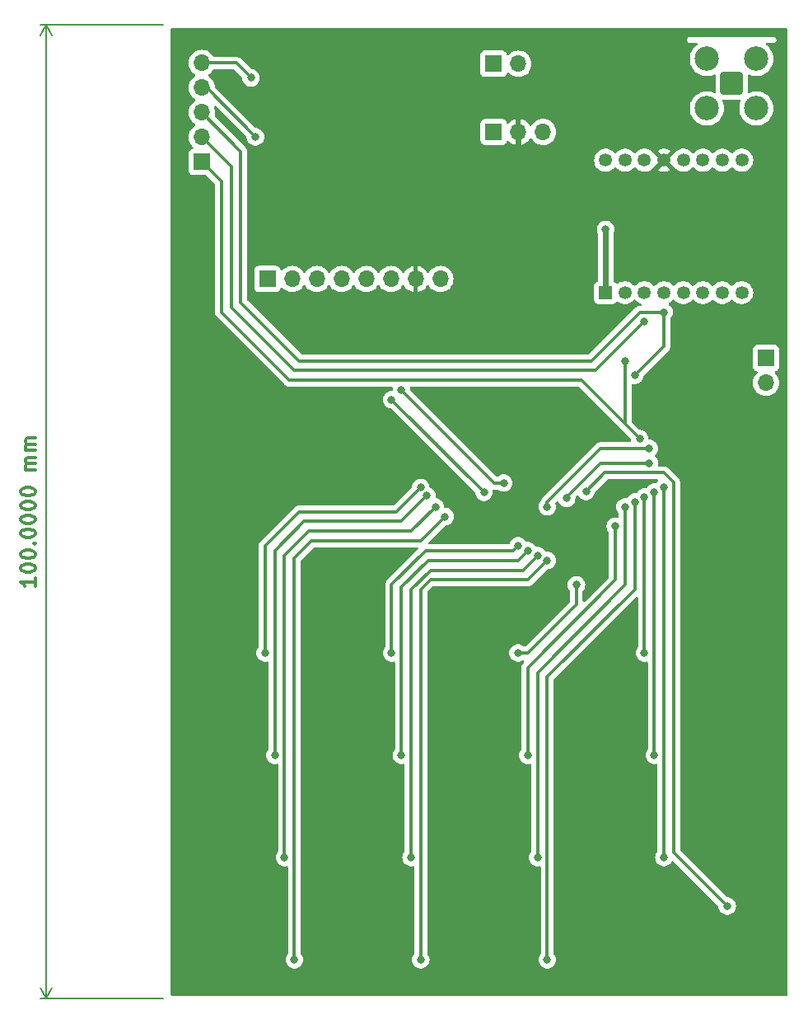
<source format=gbl>
%TF.GenerationSoftware,KiCad,Pcbnew,8.0.0*%
%TF.CreationDate,2024-03-05T15:49:07-06:00*%
%TF.ProjectId,handheld_tracker,68616e64-6865-46c6-945f-747261636b65,rev?*%
%TF.SameCoordinates,Original*%
%TF.FileFunction,Copper,L2,Bot*%
%TF.FilePolarity,Positive*%
%FSLAX46Y46*%
G04 Gerber Fmt 4.6, Leading zero omitted, Abs format (unit mm)*
G04 Created by KiCad (PCBNEW 8.0.0) date 2024-03-05 15:49:07*
%MOMM*%
%LPD*%
G01*
G04 APERTURE LIST*
G04 Aperture macros list*
%AMRoundRect*
0 Rectangle with rounded corners*
0 $1 Rounding radius*
0 $2 $3 $4 $5 $6 $7 $8 $9 X,Y pos of 4 corners*
0 Add a 4 corners polygon primitive as box body*
4,1,4,$2,$3,$4,$5,$6,$7,$8,$9,$2,$3,0*
0 Add four circle primitives for the rounded corners*
1,1,$1+$1,$2,$3*
1,1,$1+$1,$4,$5*
1,1,$1+$1,$6,$7*
1,1,$1+$1,$8,$9*
0 Add four rect primitives between the rounded corners*
20,1,$1+$1,$2,$3,$4,$5,0*
20,1,$1+$1,$4,$5,$6,$7,0*
20,1,$1+$1,$6,$7,$8,$9,0*
20,1,$1+$1,$8,$9,$2,$3,0*%
G04 Aperture macros list end*
%ADD10C,0.300000*%
%TA.AperFunction,NonConductor*%
%ADD11C,0.300000*%
%TD*%
%TA.AperFunction,NonConductor*%
%ADD12C,0.200000*%
%TD*%
%TA.AperFunction,ComponentPad*%
%ADD13R,1.700000X1.700000*%
%TD*%
%TA.AperFunction,ComponentPad*%
%ADD14O,1.700000X1.700000*%
%TD*%
%TA.AperFunction,ComponentPad*%
%ADD15RoundRect,0.200100X-0.949900X-0.949900X0.949900X-0.949900X0.949900X0.949900X-0.949900X0.949900X0*%
%TD*%
%TA.AperFunction,ComponentPad*%
%ADD16C,2.500000*%
%TD*%
%TA.AperFunction,ComponentPad*%
%ADD17R,1.350000X1.350000*%
%TD*%
%TA.AperFunction,ComponentPad*%
%ADD18C,1.350000*%
%TD*%
%TA.AperFunction,ViaPad*%
%ADD19C,0.800000*%
%TD*%
%TA.AperFunction,Conductor*%
%ADD20C,0.600000*%
%TD*%
%TA.AperFunction,Conductor*%
%ADD21C,0.300000*%
%TD*%
G04 APERTURE END LIST*
D10*
D11*
X92378328Y-101785712D02*
X92378328Y-102642855D01*
X92378328Y-102214284D02*
X90878328Y-102214284D01*
X90878328Y-102214284D02*
X91092614Y-102357141D01*
X91092614Y-102357141D02*
X91235471Y-102499998D01*
X91235471Y-102499998D02*
X91306900Y-102642855D01*
X90878328Y-100857141D02*
X90878328Y-100714284D01*
X90878328Y-100714284D02*
X90949757Y-100571427D01*
X90949757Y-100571427D02*
X91021185Y-100499999D01*
X91021185Y-100499999D02*
X91164042Y-100428570D01*
X91164042Y-100428570D02*
X91449757Y-100357141D01*
X91449757Y-100357141D02*
X91806900Y-100357141D01*
X91806900Y-100357141D02*
X92092614Y-100428570D01*
X92092614Y-100428570D02*
X92235471Y-100499999D01*
X92235471Y-100499999D02*
X92306900Y-100571427D01*
X92306900Y-100571427D02*
X92378328Y-100714284D01*
X92378328Y-100714284D02*
X92378328Y-100857141D01*
X92378328Y-100857141D02*
X92306900Y-100999999D01*
X92306900Y-100999999D02*
X92235471Y-101071427D01*
X92235471Y-101071427D02*
X92092614Y-101142856D01*
X92092614Y-101142856D02*
X91806900Y-101214284D01*
X91806900Y-101214284D02*
X91449757Y-101214284D01*
X91449757Y-101214284D02*
X91164042Y-101142856D01*
X91164042Y-101142856D02*
X91021185Y-101071427D01*
X91021185Y-101071427D02*
X90949757Y-100999999D01*
X90949757Y-100999999D02*
X90878328Y-100857141D01*
X90878328Y-99428570D02*
X90878328Y-99285713D01*
X90878328Y-99285713D02*
X90949757Y-99142856D01*
X90949757Y-99142856D02*
X91021185Y-99071428D01*
X91021185Y-99071428D02*
X91164042Y-98999999D01*
X91164042Y-98999999D02*
X91449757Y-98928570D01*
X91449757Y-98928570D02*
X91806900Y-98928570D01*
X91806900Y-98928570D02*
X92092614Y-98999999D01*
X92092614Y-98999999D02*
X92235471Y-99071428D01*
X92235471Y-99071428D02*
X92306900Y-99142856D01*
X92306900Y-99142856D02*
X92378328Y-99285713D01*
X92378328Y-99285713D02*
X92378328Y-99428570D01*
X92378328Y-99428570D02*
X92306900Y-99571428D01*
X92306900Y-99571428D02*
X92235471Y-99642856D01*
X92235471Y-99642856D02*
X92092614Y-99714285D01*
X92092614Y-99714285D02*
X91806900Y-99785713D01*
X91806900Y-99785713D02*
X91449757Y-99785713D01*
X91449757Y-99785713D02*
X91164042Y-99714285D01*
X91164042Y-99714285D02*
X91021185Y-99642856D01*
X91021185Y-99642856D02*
X90949757Y-99571428D01*
X90949757Y-99571428D02*
X90878328Y-99428570D01*
X92235471Y-98285714D02*
X92306900Y-98214285D01*
X92306900Y-98214285D02*
X92378328Y-98285714D01*
X92378328Y-98285714D02*
X92306900Y-98357142D01*
X92306900Y-98357142D02*
X92235471Y-98285714D01*
X92235471Y-98285714D02*
X92378328Y-98285714D01*
X90878328Y-97285713D02*
X90878328Y-97142856D01*
X90878328Y-97142856D02*
X90949757Y-96999999D01*
X90949757Y-96999999D02*
X91021185Y-96928571D01*
X91021185Y-96928571D02*
X91164042Y-96857142D01*
X91164042Y-96857142D02*
X91449757Y-96785713D01*
X91449757Y-96785713D02*
X91806900Y-96785713D01*
X91806900Y-96785713D02*
X92092614Y-96857142D01*
X92092614Y-96857142D02*
X92235471Y-96928571D01*
X92235471Y-96928571D02*
X92306900Y-96999999D01*
X92306900Y-96999999D02*
X92378328Y-97142856D01*
X92378328Y-97142856D02*
X92378328Y-97285713D01*
X92378328Y-97285713D02*
X92306900Y-97428571D01*
X92306900Y-97428571D02*
X92235471Y-97499999D01*
X92235471Y-97499999D02*
X92092614Y-97571428D01*
X92092614Y-97571428D02*
X91806900Y-97642856D01*
X91806900Y-97642856D02*
X91449757Y-97642856D01*
X91449757Y-97642856D02*
X91164042Y-97571428D01*
X91164042Y-97571428D02*
X91021185Y-97499999D01*
X91021185Y-97499999D02*
X90949757Y-97428571D01*
X90949757Y-97428571D02*
X90878328Y-97285713D01*
X90878328Y-95857142D02*
X90878328Y-95714285D01*
X90878328Y-95714285D02*
X90949757Y-95571428D01*
X90949757Y-95571428D02*
X91021185Y-95500000D01*
X91021185Y-95500000D02*
X91164042Y-95428571D01*
X91164042Y-95428571D02*
X91449757Y-95357142D01*
X91449757Y-95357142D02*
X91806900Y-95357142D01*
X91806900Y-95357142D02*
X92092614Y-95428571D01*
X92092614Y-95428571D02*
X92235471Y-95500000D01*
X92235471Y-95500000D02*
X92306900Y-95571428D01*
X92306900Y-95571428D02*
X92378328Y-95714285D01*
X92378328Y-95714285D02*
X92378328Y-95857142D01*
X92378328Y-95857142D02*
X92306900Y-96000000D01*
X92306900Y-96000000D02*
X92235471Y-96071428D01*
X92235471Y-96071428D02*
X92092614Y-96142857D01*
X92092614Y-96142857D02*
X91806900Y-96214285D01*
X91806900Y-96214285D02*
X91449757Y-96214285D01*
X91449757Y-96214285D02*
X91164042Y-96142857D01*
X91164042Y-96142857D02*
X91021185Y-96071428D01*
X91021185Y-96071428D02*
X90949757Y-96000000D01*
X90949757Y-96000000D02*
X90878328Y-95857142D01*
X90878328Y-94428571D02*
X90878328Y-94285714D01*
X90878328Y-94285714D02*
X90949757Y-94142857D01*
X90949757Y-94142857D02*
X91021185Y-94071429D01*
X91021185Y-94071429D02*
X91164042Y-94000000D01*
X91164042Y-94000000D02*
X91449757Y-93928571D01*
X91449757Y-93928571D02*
X91806900Y-93928571D01*
X91806900Y-93928571D02*
X92092614Y-94000000D01*
X92092614Y-94000000D02*
X92235471Y-94071429D01*
X92235471Y-94071429D02*
X92306900Y-94142857D01*
X92306900Y-94142857D02*
X92378328Y-94285714D01*
X92378328Y-94285714D02*
X92378328Y-94428571D01*
X92378328Y-94428571D02*
X92306900Y-94571429D01*
X92306900Y-94571429D02*
X92235471Y-94642857D01*
X92235471Y-94642857D02*
X92092614Y-94714286D01*
X92092614Y-94714286D02*
X91806900Y-94785714D01*
X91806900Y-94785714D02*
X91449757Y-94785714D01*
X91449757Y-94785714D02*
X91164042Y-94714286D01*
X91164042Y-94714286D02*
X91021185Y-94642857D01*
X91021185Y-94642857D02*
X90949757Y-94571429D01*
X90949757Y-94571429D02*
X90878328Y-94428571D01*
X90878328Y-93000000D02*
X90878328Y-92857143D01*
X90878328Y-92857143D02*
X90949757Y-92714286D01*
X90949757Y-92714286D02*
X91021185Y-92642858D01*
X91021185Y-92642858D02*
X91164042Y-92571429D01*
X91164042Y-92571429D02*
X91449757Y-92500000D01*
X91449757Y-92500000D02*
X91806900Y-92500000D01*
X91806900Y-92500000D02*
X92092614Y-92571429D01*
X92092614Y-92571429D02*
X92235471Y-92642858D01*
X92235471Y-92642858D02*
X92306900Y-92714286D01*
X92306900Y-92714286D02*
X92378328Y-92857143D01*
X92378328Y-92857143D02*
X92378328Y-93000000D01*
X92378328Y-93000000D02*
X92306900Y-93142858D01*
X92306900Y-93142858D02*
X92235471Y-93214286D01*
X92235471Y-93214286D02*
X92092614Y-93285715D01*
X92092614Y-93285715D02*
X91806900Y-93357143D01*
X91806900Y-93357143D02*
X91449757Y-93357143D01*
X91449757Y-93357143D02*
X91164042Y-93285715D01*
X91164042Y-93285715D02*
X91021185Y-93214286D01*
X91021185Y-93214286D02*
X90949757Y-93142858D01*
X90949757Y-93142858D02*
X90878328Y-93000000D01*
X92378328Y-90714287D02*
X91378328Y-90714287D01*
X91521185Y-90714287D02*
X91449757Y-90642858D01*
X91449757Y-90642858D02*
X91378328Y-90500001D01*
X91378328Y-90500001D02*
X91378328Y-90285715D01*
X91378328Y-90285715D02*
X91449757Y-90142858D01*
X91449757Y-90142858D02*
X91592614Y-90071430D01*
X91592614Y-90071430D02*
X92378328Y-90071430D01*
X91592614Y-90071430D02*
X91449757Y-90000001D01*
X91449757Y-90000001D02*
X91378328Y-89857144D01*
X91378328Y-89857144D02*
X91378328Y-89642858D01*
X91378328Y-89642858D02*
X91449757Y-89500001D01*
X91449757Y-89500001D02*
X91592614Y-89428572D01*
X91592614Y-89428572D02*
X92378328Y-89428572D01*
X92378328Y-88714287D02*
X91378328Y-88714287D01*
X91521185Y-88714287D02*
X91449757Y-88642858D01*
X91449757Y-88642858D02*
X91378328Y-88500001D01*
X91378328Y-88500001D02*
X91378328Y-88285715D01*
X91378328Y-88285715D02*
X91449757Y-88142858D01*
X91449757Y-88142858D02*
X91592614Y-88071430D01*
X91592614Y-88071430D02*
X92378328Y-88071430D01*
X91592614Y-88071430D02*
X91449757Y-88000001D01*
X91449757Y-88000001D02*
X91378328Y-87857144D01*
X91378328Y-87857144D02*
X91378328Y-87642858D01*
X91378328Y-87642858D02*
X91449757Y-87500001D01*
X91449757Y-87500001D02*
X91592614Y-87428572D01*
X91592614Y-87428572D02*
X92378328Y-87428572D01*
D12*
X105500000Y-145000000D02*
X92913580Y-145000000D01*
X105500000Y-45000000D02*
X92913580Y-45000000D01*
X93500000Y-145000000D02*
X93500000Y-45000000D01*
X93500000Y-145000000D02*
X93500000Y-45000000D01*
X93500000Y-145000000D02*
X92913579Y-143873496D01*
X93500000Y-145000000D02*
X94086421Y-143873496D01*
X93500000Y-45000000D02*
X94086421Y-46126504D01*
X93500000Y-45000000D02*
X92913579Y-46126504D01*
D13*
%TO.P,J5,1,Pin_1*%
%TO.N,INPUT_VOLTAGE*%
X139500000Y-56000000D03*
D14*
%TO.P,J5,2,Pin_2*%
%TO.N,+3.3V*%
X142040000Y-56000000D03*
%TO.P,J5,3,Pin_3*%
%TO.N,GND*%
X144580000Y-56000000D03*
%TD*%
D13*
%TO.P,J4,1,Pin_1*%
%TO.N,/MISO*%
X109500000Y-59075000D03*
D14*
%TO.P,J4,2,Pin_2*%
%TO.N,/MOSI*%
X109500000Y-56535000D03*
%TO.P,J4,3,Pin_3*%
%TO.N,/SCK*%
X109500000Y-53995000D03*
%TO.P,J4,4,Pin_4*%
%TO.N,/I2C_SCL*%
X109500000Y-51455000D03*
%TO.P,J4,5,Pin_5*%
%TO.N,/I2C_SDA*%
X109500000Y-48915000D03*
%TD*%
D15*
%TO.P,AE1,1,A*%
%TO.N,Net-(AE1-A)*%
X163960000Y-51040000D03*
D16*
%TO.P,AE1,2*%
%TO.N,N/C*%
X161420000Y-48500000D03*
X161420000Y-53580000D03*
X166500000Y-48500000D03*
X166500000Y-53580000D03*
%TD*%
D13*
%TO.P,J2,1,Pin_1*%
%TO.N,Net-(J2-Pin_1)*%
X167500000Y-79225000D03*
D14*
%TO.P,J2,2,Pin_2*%
%TO.N,Net-(J2-Pin_2)*%
X167500000Y-81765000D03*
%TD*%
D13*
%TO.P,J1,1,Pin_1*%
%TO.N,/I2C_SDA*%
X116225000Y-71100000D03*
D14*
%TO.P,J1,2,Pin_2*%
%TO.N,/I2C_SCL*%
X118765000Y-71100000D03*
%TO.P,J1,3,Pin_3*%
%TO.N,unconnected-(J1-Pin_3-Pad3)*%
X121305000Y-71100000D03*
%TO.P,J1,4,Pin_4*%
%TO.N,/display_RST*%
X123845000Y-71100000D03*
%TO.P,J1,5,Pin_5*%
%TO.N,unconnected-(J1-Pin_5-Pad5)*%
X126385000Y-71100000D03*
%TO.P,J1,6,Pin_6*%
%TO.N,unconnected-(J1-Pin_6-Pad6)*%
X128925000Y-71100000D03*
%TO.P,J1,7,Pin_7*%
%TO.N,+3.3V*%
X131465000Y-71100000D03*
%TO.P,J1,8,Pin_8*%
%TO.N,GND*%
X134005000Y-71100000D03*
%TD*%
D13*
%TO.P,J3,1,Pin_1*%
%TO.N,INPUT_VOLTAGE*%
X139485000Y-49000000D03*
D14*
%TO.P,J3,2,Pin_2*%
%TO.N,GND*%
X142025000Y-49000000D03*
%TD*%
D17*
%TO.P,U2,1,GND*%
%TO.N,GND*%
X151000000Y-72500000D03*
D18*
%TO.P,U2,2,MISO*%
%TO.N,/MISO*%
X153000000Y-72500000D03*
%TO.P,U2,3,MOSI*%
%TO.N,/MOSI*%
X155000000Y-72500000D03*
%TO.P,U2,4,SCK*%
%TO.N,/SCK*%
X157000000Y-72500000D03*
%TO.P,U2,5,NSS*%
%TO.N,/transceiver_CS*%
X159000000Y-72500000D03*
%TO.P,U2,6,RESET*%
%TO.N,/RESET*%
X161000000Y-72500000D03*
%TO.P,U2,7,DIO5*%
%TO.N,unconnected-(U2-DIO5-Pad7)*%
X163000000Y-72500000D03*
%TO.P,U2,8,GND*%
%TO.N,GND*%
X165000000Y-72500000D03*
%TO.P,U2,9,ANT*%
%TO.N,Net-(AE1-A)*%
X165000000Y-58900000D03*
%TO.P,U2,10,GND*%
%TO.N,GND*%
X163000000Y-58900000D03*
%TO.P,U2,11,DIO3*%
%TO.N,unconnected-(U2-DIO3-Pad11)*%
X161000000Y-58900000D03*
%TO.P,U2,12,DIO4*%
%TO.N,unconnected-(U2-DIO4-Pad12)*%
X159000000Y-58900000D03*
%TO.P,U2,13,3.3V*%
%TO.N,+3.3V*%
X157000000Y-58900000D03*
%TO.P,U2,14,DIO0*%
%TO.N,unconnected-(U2-DIO0-Pad14)*%
X155000000Y-58900000D03*
%TO.P,U2,15,DIO1*%
%TO.N,unconnected-(U2-DIO1-Pad15)*%
X153000000Y-58900000D03*
%TO.P,U2,16,DIO2*%
%TO.N,unconnected-(U2-DIO2-Pad16)*%
X151000000Y-58900000D03*
%TD*%
D19*
%TO.N,GND*%
X151000000Y-66000000D03*
%TO.N,/MOSI*%
X155000000Y-75500000D03*
%TO.N,/I2C_SCL*%
X115000000Y-56500000D03*
%TO.N,/I2C_SDA*%
X114550000Y-50450000D03*
%TO.N,+3.3V*%
X150500000Y-136500000D03*
X146500000Y-100000000D03*
X149000000Y-86500000D03*
X132500000Y-57000000D03*
X142000000Y-72500000D03*
X157000000Y-57000000D03*
X131465000Y-68535000D03*
X121750000Y-65750000D03*
%TO.N,/SCK*%
X154000000Y-81000000D03*
X157000000Y-74500000D03*
%TO.N,/MISO*%
X153000000Y-79500000D03*
X154500000Y-87500000D03*
%TO.N,/I2C_SCL*%
X140530331Y-92050000D03*
X130000000Y-82500000D03*
%TO.N,/I2C_SDA*%
X138500000Y-93000000D03*
X129000000Y-83500000D03*
%TO.N,/mcu/RX*%
X155500000Y-90000000D03*
X147000000Y-93625000D03*
%TO.N,/mcu/RESET*%
X163500000Y-135500000D03*
X149000000Y-92900000D03*
%TO.N,/mcu/TX*%
X145000000Y-94500000D03*
X155500000Y-88500000D03*
%TO.N,/pushbutton_1*%
X132000000Y-92500000D03*
X116000000Y-109500000D03*
%TO.N,/pushbutton_4*%
X132625000Y-93375000D03*
X117000000Y-120000000D03*
%TO.N,/pushbutton_7*%
X118000000Y-130500000D03*
X133500000Y-94500000D03*
%TO.N,/pushbutton_2*%
X142000000Y-98500000D03*
X129000000Y-109500000D03*
%TO.N,/pushbutton_5*%
X130000000Y-120000000D03*
X143000000Y-99000000D03*
%TO.N,/pushbutton_8*%
X144000000Y-99500000D03*
X131000000Y-130500000D03*
%TO.N,/pushbutton_3*%
X148000000Y-102500000D03*
X142000000Y-109500000D03*
%TO.N,/pushbutton_6*%
X152000000Y-96500000D03*
X143000000Y-120000000D03*
%TO.N,/pushbutton_9*%
X153000000Y-94500000D03*
X144000000Y-130500000D03*
%TO.N,/pushbutton_dot*%
X134500000Y-95500000D03*
X119000000Y-141000000D03*
%TO.N,/pushbutton_0*%
X145000000Y-100000000D03*
X132000000Y-141000000D03*
%TO.N,/pushbutton_enter*%
X154000000Y-94000000D03*
X145000000Y-141000000D03*
%TO.N,/pushbutton_menu*%
X155000000Y-93500000D03*
X155000000Y-109500000D03*
%TO.N,/pushbutton_up*%
X156000000Y-120000000D03*
X156000000Y-93000000D03*
%TO.N,/pushbutton_down*%
X157000000Y-92500000D03*
X157000000Y-130500000D03*
%TD*%
D20*
%TO.N,GND*%
X151000000Y-72000000D02*
X151000000Y-66000000D01*
X151000000Y-72500000D02*
X151000000Y-72000000D01*
D21*
%TO.N,/mcu/RESET*%
X158000000Y-130000000D02*
X163500000Y-135500000D01*
X158000000Y-92000000D02*
X158000000Y-130000000D01*
X149000000Y-92900000D02*
X150900000Y-91000000D01*
X150900000Y-91000000D02*
X157000000Y-91000000D01*
X157000000Y-91000000D02*
X158000000Y-92000000D01*
%TO.N,/pushbutton_6*%
X152000000Y-96500000D02*
X152000000Y-102000000D01*
X143000000Y-111000000D02*
X143000000Y-120000000D01*
X152000000Y-102000000D02*
X143000000Y-111000000D01*
%TO.N,/MOSI*%
X119000000Y-80500000D02*
X112500000Y-74000000D01*
X112500000Y-59535000D02*
X109500000Y-56535000D01*
X150000000Y-80500000D02*
X119000000Y-80500000D01*
X112500000Y-74000000D02*
X112500000Y-59535000D01*
X155000000Y-75500000D02*
X150000000Y-80500000D01*
%TO.N,/SCK*%
X154500000Y-74500000D02*
X157000000Y-74500000D01*
X119500000Y-79500000D02*
X149500000Y-79500000D01*
X149500000Y-79500000D02*
X154500000Y-74500000D01*
X113500000Y-73500000D02*
X119500000Y-79500000D01*
X113500000Y-57995000D02*
X113500000Y-73500000D01*
X109500000Y-53995000D02*
X113500000Y-57995000D01*
%TO.N,/MISO*%
X153000000Y-86000000D02*
X153000000Y-79500000D01*
X148500000Y-81500000D02*
X153000000Y-86000000D01*
X111500000Y-74500000D02*
X118500000Y-81500000D01*
X111500000Y-61075000D02*
X111500000Y-74500000D01*
X118500000Y-81500000D02*
X148500000Y-81500000D01*
X109500000Y-59075000D02*
X111500000Y-61075000D01*
%TO.N,/I2C_SCL*%
X115000000Y-56477500D02*
X115000000Y-56500000D01*
X109977500Y-51455000D02*
X115000000Y-56477500D01*
X109500000Y-51455000D02*
X109977500Y-51455000D01*
%TO.N,/I2C_SDA*%
X113015000Y-48915000D02*
X114550000Y-50450000D01*
X109500000Y-48915000D02*
X113015000Y-48915000D01*
D20*
%TO.N,+3.3V*%
X142040000Y-72460000D02*
X142000000Y-72500000D01*
X142040000Y-56000000D02*
X142040000Y-72460000D01*
X131100000Y-71100000D02*
X131000000Y-71000000D01*
D21*
%TO.N,/SCK*%
X157000000Y-78000000D02*
X157000000Y-74500000D01*
X154000000Y-81000000D02*
X157000000Y-78000000D01*
%TO.N,/MISO*%
X154500000Y-87500000D02*
X153000000Y-86000000D01*
%TO.N,/I2C_SCL*%
X139550000Y-92050000D02*
X140530331Y-92050000D01*
X130000000Y-82500000D02*
X139550000Y-92050000D01*
%TO.N,/I2C_SDA*%
X129000000Y-83500000D02*
X138500000Y-93000000D01*
%TO.N,/mcu/RX*%
X147000000Y-93500000D02*
X147000000Y-93625000D01*
X155500000Y-90000000D02*
X150500000Y-90000000D01*
X150500000Y-90000000D02*
X147000000Y-93500000D01*
%TO.N,/mcu/TX*%
X145000000Y-93974695D02*
X145000000Y-94500000D01*
X150474695Y-88500000D02*
X145000000Y-93974695D01*
X155500000Y-88500000D02*
X150474695Y-88500000D01*
%TO.N,/pushbutton_1*%
X116000000Y-106000000D02*
X116000000Y-105500000D01*
X116000000Y-109500000D02*
X116000000Y-106000000D01*
X119500000Y-95000000D02*
X116000000Y-98500000D01*
X132000000Y-92500000D02*
X129500000Y-95000000D01*
X116000000Y-98500000D02*
X116000000Y-106000000D01*
X129500000Y-95000000D02*
X119500000Y-95000000D01*
%TO.N,/pushbutton_4*%
X117000000Y-99000000D02*
X117000000Y-120000000D01*
X120000000Y-96000000D02*
X117000000Y-99000000D01*
X130000000Y-96000000D02*
X120000000Y-96000000D01*
X132625000Y-93375000D02*
X130000000Y-96000000D01*
%TO.N,/pushbutton_7*%
X133500000Y-94500000D02*
X131000000Y-97000000D01*
X120500000Y-97000000D02*
X118000000Y-99500000D01*
X131000000Y-97000000D02*
X120500000Y-97000000D01*
X118000000Y-99500000D02*
X118000000Y-130500000D01*
%TO.N,/pushbutton_2*%
X129000000Y-102500000D02*
X132500000Y-99000000D01*
X132500000Y-99000000D02*
X141500000Y-99000000D01*
X141500000Y-99000000D02*
X142000000Y-98500000D01*
X129000000Y-109500000D02*
X129000000Y-102500000D01*
%TO.N,/pushbutton_5*%
X142000000Y-100000000D02*
X143000000Y-99000000D01*
X130000000Y-102750000D02*
X132750000Y-100000000D01*
X132750000Y-100000000D02*
X142000000Y-100000000D01*
X130000000Y-120000000D02*
X130000000Y-102750000D01*
%TO.N,/pushbutton_8*%
X133000000Y-101000000D02*
X131000000Y-103000000D01*
X144000000Y-99500000D02*
X142500000Y-101000000D01*
X131000000Y-103000000D02*
X131000000Y-130500000D01*
X142500000Y-101000000D02*
X133000000Y-101000000D01*
%TO.N,/pushbutton_3*%
X143000000Y-109500000D02*
X142000000Y-109500000D01*
X148000000Y-102500000D02*
X148000000Y-104500000D01*
X148000000Y-104500000D02*
X143000000Y-109500000D01*
%TO.N,/pushbutton_9*%
X153000000Y-94500000D02*
X153000000Y-102500000D01*
X153000000Y-102500000D02*
X144000000Y-111500000D01*
X144000000Y-111500000D02*
X144000000Y-130500000D01*
%TO.N,/pushbutton_dot*%
X132000000Y-98000000D02*
X120750000Y-98000000D01*
X119000000Y-99750000D02*
X119000000Y-141000000D01*
X120750000Y-98000000D02*
X119000000Y-99750000D01*
X134500000Y-95500000D02*
X132000000Y-98000000D01*
%TO.N,/pushbutton_0*%
X132000000Y-103000000D02*
X132000000Y-141000000D01*
X143000000Y-102000000D02*
X133000000Y-102000000D01*
X133000000Y-102000000D02*
X132000000Y-103000000D01*
X145000000Y-100000000D02*
X143000000Y-102000000D01*
%TO.N,/pushbutton_enter*%
X145000000Y-112000000D02*
X145000000Y-141000000D01*
X154000000Y-103000000D02*
X145000000Y-112000000D01*
X154000000Y-94000000D02*
X154000000Y-103000000D01*
%TO.N,/pushbutton_menu*%
X155000000Y-94000000D02*
X155000000Y-93500000D01*
X155000000Y-109500000D02*
X155000000Y-94000000D01*
%TO.N,/pushbutton_up*%
X156000000Y-120000000D02*
X156000000Y-93500000D01*
X156000000Y-93500000D02*
X156000000Y-93000000D01*
%TO.N,/pushbutton_down*%
X157000000Y-92500000D02*
X157000000Y-130500000D01*
%TD*%
%TA.AperFunction,Conductor*%
%TO.N,+3.3V*%
G36*
X169642539Y-45320185D02*
G01*
X169688294Y-45372989D01*
X169699500Y-45424500D01*
X169699500Y-144575500D01*
X169679815Y-144642539D01*
X169627011Y-144688294D01*
X169575500Y-144699500D01*
X106424500Y-144699500D01*
X106357461Y-144679815D01*
X106311706Y-144627011D01*
X106300500Y-144575500D01*
X106300500Y-109500000D01*
X115094540Y-109500000D01*
X115114326Y-109688256D01*
X115114327Y-109688259D01*
X115172818Y-109868277D01*
X115172821Y-109868284D01*
X115267467Y-110032216D01*
X115373971Y-110150500D01*
X115394129Y-110172888D01*
X115547265Y-110284148D01*
X115547270Y-110284151D01*
X115720192Y-110361142D01*
X115720197Y-110361144D01*
X115905354Y-110400500D01*
X115905355Y-110400500D01*
X116094644Y-110400500D01*
X116094646Y-110400500D01*
X116199719Y-110378166D01*
X116269386Y-110383482D01*
X116325120Y-110425619D01*
X116349225Y-110491199D01*
X116349500Y-110499456D01*
X116349500Y-119329078D01*
X116329815Y-119396117D01*
X116317650Y-119412050D01*
X116267466Y-119467785D01*
X116172821Y-119631715D01*
X116172818Y-119631722D01*
X116114327Y-119811740D01*
X116114326Y-119811744D01*
X116094540Y-120000000D01*
X116114326Y-120188256D01*
X116114327Y-120188259D01*
X116172818Y-120368277D01*
X116172821Y-120368284D01*
X116267467Y-120532216D01*
X116394129Y-120672888D01*
X116547265Y-120784148D01*
X116547270Y-120784151D01*
X116720192Y-120861142D01*
X116720197Y-120861144D01*
X116905354Y-120900500D01*
X116905355Y-120900500D01*
X117094644Y-120900500D01*
X117094646Y-120900500D01*
X117199719Y-120878166D01*
X117269386Y-120883482D01*
X117325120Y-120925619D01*
X117349225Y-120991199D01*
X117349500Y-120999456D01*
X117349500Y-129829078D01*
X117329815Y-129896117D01*
X117317650Y-129912050D01*
X117267466Y-129967785D01*
X117172821Y-130131715D01*
X117172818Y-130131722D01*
X117114327Y-130311740D01*
X117114326Y-130311744D01*
X117094540Y-130500000D01*
X117114326Y-130688256D01*
X117114327Y-130688259D01*
X117172818Y-130868277D01*
X117172821Y-130868284D01*
X117267467Y-131032216D01*
X117394129Y-131172888D01*
X117547265Y-131284148D01*
X117547270Y-131284151D01*
X117720192Y-131361142D01*
X117720197Y-131361144D01*
X117905354Y-131400500D01*
X117905355Y-131400500D01*
X118094644Y-131400500D01*
X118094646Y-131400500D01*
X118199719Y-131378166D01*
X118269386Y-131383482D01*
X118325120Y-131425619D01*
X118349225Y-131491199D01*
X118349500Y-131499456D01*
X118349500Y-140329078D01*
X118329815Y-140396117D01*
X118317650Y-140412050D01*
X118267466Y-140467785D01*
X118172821Y-140631715D01*
X118172818Y-140631722D01*
X118114327Y-140811740D01*
X118114326Y-140811744D01*
X118094540Y-141000000D01*
X118114326Y-141188256D01*
X118114327Y-141188259D01*
X118172818Y-141368277D01*
X118172821Y-141368284D01*
X118267467Y-141532216D01*
X118394129Y-141672888D01*
X118547265Y-141784148D01*
X118547270Y-141784151D01*
X118720192Y-141861142D01*
X118720197Y-141861144D01*
X118905354Y-141900500D01*
X118905355Y-141900500D01*
X119094644Y-141900500D01*
X119094646Y-141900500D01*
X119279803Y-141861144D01*
X119452730Y-141784151D01*
X119605871Y-141672888D01*
X119732533Y-141532216D01*
X119827179Y-141368284D01*
X119885674Y-141188256D01*
X119905460Y-141000000D01*
X119885674Y-140811744D01*
X119827179Y-140631716D01*
X119732533Y-140467784D01*
X119682350Y-140412050D01*
X119652120Y-140349058D01*
X119650500Y-140329078D01*
X119650500Y-100070808D01*
X119670185Y-100003769D01*
X119686819Y-99983127D01*
X120983127Y-98686819D01*
X121044450Y-98653334D01*
X121070808Y-98650500D01*
X131630192Y-98650500D01*
X131697231Y-98670185D01*
X131742986Y-98722989D01*
X131752930Y-98792147D01*
X131723905Y-98855703D01*
X131717873Y-98862181D01*
X128494727Y-102085325D01*
X128494726Y-102085326D01*
X128436768Y-102172069D01*
X128436766Y-102172072D01*
X128423536Y-102191870D01*
X128423533Y-102191875D01*
X128374499Y-102310255D01*
X128374497Y-102310261D01*
X128349500Y-102435928D01*
X128349500Y-108829078D01*
X128329815Y-108896117D01*
X128317650Y-108912050D01*
X128267466Y-108967785D01*
X128172821Y-109131715D01*
X128172818Y-109131722D01*
X128114327Y-109311740D01*
X128114326Y-109311744D01*
X128094540Y-109500000D01*
X128114326Y-109688256D01*
X128114327Y-109688259D01*
X128172818Y-109868277D01*
X128172821Y-109868284D01*
X128267467Y-110032216D01*
X128373971Y-110150500D01*
X128394129Y-110172888D01*
X128547265Y-110284148D01*
X128547270Y-110284151D01*
X128720192Y-110361142D01*
X128720197Y-110361144D01*
X128905354Y-110400500D01*
X128905355Y-110400500D01*
X129094644Y-110400500D01*
X129094646Y-110400500D01*
X129199719Y-110378166D01*
X129269386Y-110383482D01*
X129325120Y-110425619D01*
X129349225Y-110491199D01*
X129349500Y-110499456D01*
X129349500Y-119329078D01*
X129329815Y-119396117D01*
X129317650Y-119412050D01*
X129267466Y-119467785D01*
X129172821Y-119631715D01*
X129172818Y-119631722D01*
X129114327Y-119811740D01*
X129114326Y-119811744D01*
X129094540Y-120000000D01*
X129114326Y-120188256D01*
X129114327Y-120188259D01*
X129172818Y-120368277D01*
X129172821Y-120368284D01*
X129267467Y-120532216D01*
X129394129Y-120672888D01*
X129547265Y-120784148D01*
X129547270Y-120784151D01*
X129720192Y-120861142D01*
X129720197Y-120861144D01*
X129905354Y-120900500D01*
X129905355Y-120900500D01*
X130094644Y-120900500D01*
X130094646Y-120900500D01*
X130199719Y-120878166D01*
X130269386Y-120883482D01*
X130325120Y-120925619D01*
X130349225Y-120991199D01*
X130349500Y-120999456D01*
X130349500Y-129829078D01*
X130329815Y-129896117D01*
X130317650Y-129912050D01*
X130267466Y-129967785D01*
X130172821Y-130131715D01*
X130172818Y-130131722D01*
X130114327Y-130311740D01*
X130114326Y-130311744D01*
X130094540Y-130500000D01*
X130114326Y-130688256D01*
X130114327Y-130688259D01*
X130172818Y-130868277D01*
X130172821Y-130868284D01*
X130267467Y-131032216D01*
X130394129Y-131172888D01*
X130547265Y-131284148D01*
X130547270Y-131284151D01*
X130720192Y-131361142D01*
X130720197Y-131361144D01*
X130905354Y-131400500D01*
X130905355Y-131400500D01*
X131094644Y-131400500D01*
X131094646Y-131400500D01*
X131199719Y-131378166D01*
X131269386Y-131383482D01*
X131325120Y-131425619D01*
X131349225Y-131491199D01*
X131349500Y-131499456D01*
X131349500Y-140329078D01*
X131329815Y-140396117D01*
X131317650Y-140412050D01*
X131267466Y-140467785D01*
X131172821Y-140631715D01*
X131172818Y-140631722D01*
X131114327Y-140811740D01*
X131114326Y-140811744D01*
X131094540Y-141000000D01*
X131114326Y-141188256D01*
X131114327Y-141188259D01*
X131172818Y-141368277D01*
X131172821Y-141368284D01*
X131267467Y-141532216D01*
X131394129Y-141672888D01*
X131547265Y-141784148D01*
X131547270Y-141784151D01*
X131720192Y-141861142D01*
X131720197Y-141861144D01*
X131905354Y-141900500D01*
X131905355Y-141900500D01*
X132094644Y-141900500D01*
X132094646Y-141900500D01*
X132279803Y-141861144D01*
X132452730Y-141784151D01*
X132605871Y-141672888D01*
X132732533Y-141532216D01*
X132827179Y-141368284D01*
X132885674Y-141188256D01*
X132905460Y-141000000D01*
X132885674Y-140811744D01*
X132827179Y-140631716D01*
X132732533Y-140467784D01*
X132682350Y-140412050D01*
X132652120Y-140349058D01*
X132650500Y-140329078D01*
X132650500Y-103320808D01*
X132670185Y-103253769D01*
X132686819Y-103233127D01*
X133233127Y-102686819D01*
X133294450Y-102653334D01*
X133320808Y-102650500D01*
X143064071Y-102650500D01*
X143148615Y-102633682D01*
X143189744Y-102625501D01*
X143308127Y-102576465D01*
X143332386Y-102560256D01*
X143414669Y-102505277D01*
X144983126Y-100936818D01*
X145044449Y-100903334D01*
X145070807Y-100900500D01*
X145094644Y-100900500D01*
X145094646Y-100900500D01*
X145279803Y-100861144D01*
X145452730Y-100784151D01*
X145605871Y-100672888D01*
X145732533Y-100532216D01*
X145827179Y-100368284D01*
X145885674Y-100188256D01*
X145905460Y-100000000D01*
X145885674Y-99811744D01*
X145827179Y-99631716D01*
X145732533Y-99467784D01*
X145605871Y-99327112D01*
X145605870Y-99327111D01*
X145452734Y-99215851D01*
X145452729Y-99215848D01*
X145279807Y-99138857D01*
X145279802Y-99138855D01*
X145097840Y-99100179D01*
X145094646Y-99099500D01*
X144905354Y-99099500D01*
X144905349Y-99099500D01*
X144898886Y-99100179D01*
X144898703Y-99098440D01*
X144837586Y-99093763D01*
X144781862Y-99051613D01*
X144774111Y-99039799D01*
X144769416Y-99031667D01*
X144732533Y-98967784D01*
X144605871Y-98827112D01*
X144557746Y-98792147D01*
X144452734Y-98715851D01*
X144452729Y-98715848D01*
X144279807Y-98638857D01*
X144279802Y-98638855D01*
X144097840Y-98600179D01*
X144094646Y-98599500D01*
X143905354Y-98599500D01*
X143905349Y-98599500D01*
X143898886Y-98600179D01*
X143898703Y-98598440D01*
X143837586Y-98593763D01*
X143781862Y-98551613D01*
X143774111Y-98539799D01*
X143769416Y-98531667D01*
X143732533Y-98467784D01*
X143605871Y-98327112D01*
X143605870Y-98327111D01*
X143452734Y-98215851D01*
X143452729Y-98215848D01*
X143279807Y-98138857D01*
X143279802Y-98138855D01*
X143097840Y-98100179D01*
X143094646Y-98099500D01*
X142905354Y-98099500D01*
X142905349Y-98099500D01*
X142898886Y-98100179D01*
X142898703Y-98098440D01*
X142837586Y-98093763D01*
X142781862Y-98051613D01*
X142774111Y-98039799D01*
X142769416Y-98031667D01*
X142732533Y-97967784D01*
X142605871Y-97827112D01*
X142605870Y-97827111D01*
X142452734Y-97715851D01*
X142452729Y-97715848D01*
X142279807Y-97638857D01*
X142279802Y-97638855D01*
X142134001Y-97607865D01*
X142094646Y-97599500D01*
X141905354Y-97599500D01*
X141872897Y-97606398D01*
X141720197Y-97638855D01*
X141720192Y-97638857D01*
X141547270Y-97715848D01*
X141547265Y-97715851D01*
X141394129Y-97827111D01*
X141267466Y-97967785D01*
X141172821Y-98131715D01*
X141172818Y-98131722D01*
X141129898Y-98263818D01*
X141090460Y-98321494D01*
X141026102Y-98348692D01*
X141011967Y-98349500D01*
X132869808Y-98349500D01*
X132802769Y-98329815D01*
X132757014Y-98277011D01*
X132747070Y-98207853D01*
X132776095Y-98144297D01*
X132782127Y-98137819D01*
X134483127Y-96436819D01*
X134544450Y-96403334D01*
X134570808Y-96400500D01*
X134594644Y-96400500D01*
X134594646Y-96400500D01*
X134779803Y-96361144D01*
X134952730Y-96284151D01*
X135105871Y-96172888D01*
X135232533Y-96032216D01*
X135327179Y-95868284D01*
X135385674Y-95688256D01*
X135405460Y-95500000D01*
X135385674Y-95311744D01*
X135327179Y-95131716D01*
X135232533Y-94967784D01*
X135105871Y-94827112D01*
X135105870Y-94827111D01*
X134952734Y-94715851D01*
X134952729Y-94715848D01*
X134779807Y-94638857D01*
X134779802Y-94638855D01*
X134634001Y-94607865D01*
X134594646Y-94599500D01*
X134527568Y-94599500D01*
X134460529Y-94579815D01*
X134414774Y-94527011D01*
X134404247Y-94488462D01*
X134385674Y-94311744D01*
X134327179Y-94131716D01*
X134232533Y-93967784D01*
X134105871Y-93827112D01*
X134069243Y-93800500D01*
X133952734Y-93715851D01*
X133952729Y-93715848D01*
X133779807Y-93638857D01*
X133779802Y-93638855D01*
X133617993Y-93604462D01*
X133556511Y-93571270D01*
X133522735Y-93510107D01*
X133520453Y-93470211D01*
X133520708Y-93467784D01*
X133530460Y-93375000D01*
X133510674Y-93186744D01*
X133452179Y-93006716D01*
X133357533Y-92842784D01*
X133230871Y-92702112D01*
X133230870Y-92702111D01*
X133077734Y-92590851D01*
X133077732Y-92590850D01*
X132972420Y-92543961D01*
X132919184Y-92498710D01*
X132899537Y-92443646D01*
X132885674Y-92311744D01*
X132827179Y-92131716D01*
X132732533Y-91967784D01*
X132605871Y-91827112D01*
X132605870Y-91827111D01*
X132452734Y-91715851D01*
X132452729Y-91715848D01*
X132279807Y-91638857D01*
X132279802Y-91638855D01*
X132134001Y-91607865D01*
X132094646Y-91599500D01*
X131905354Y-91599500D01*
X131872897Y-91606398D01*
X131720197Y-91638855D01*
X131720192Y-91638857D01*
X131547270Y-91715848D01*
X131547265Y-91715851D01*
X131394129Y-91827111D01*
X131267466Y-91967785D01*
X131172821Y-92131715D01*
X131172818Y-92131722D01*
X131114327Y-92311739D01*
X131114326Y-92311741D01*
X131100831Y-92440142D01*
X131074246Y-92504757D01*
X131065191Y-92514861D01*
X129266873Y-94313181D01*
X129205550Y-94346666D01*
X129179192Y-94349500D01*
X119435929Y-94349500D01*
X119310261Y-94374497D01*
X119310255Y-94374499D01*
X119191870Y-94423535D01*
X119085331Y-94494722D01*
X119085324Y-94494728D01*
X115494726Y-98085326D01*
X115494723Y-98085331D01*
X115458960Y-98138856D01*
X115436768Y-98172069D01*
X115436766Y-98172072D01*
X115423536Y-98191870D01*
X115423533Y-98191875D01*
X115374499Y-98310255D01*
X115374497Y-98310261D01*
X115349500Y-98435928D01*
X115349500Y-108829078D01*
X115329815Y-108896117D01*
X115317650Y-108912050D01*
X115267466Y-108967785D01*
X115172821Y-109131715D01*
X115172818Y-109131722D01*
X115114327Y-109311740D01*
X115114326Y-109311744D01*
X115094540Y-109500000D01*
X106300500Y-109500000D01*
X106300500Y-56535000D01*
X108144341Y-56535000D01*
X108164936Y-56770403D01*
X108164938Y-56770413D01*
X108226094Y-56998655D01*
X108226096Y-56998659D01*
X108226097Y-56998663D01*
X108325965Y-57212830D01*
X108325967Y-57212834D01*
X108461501Y-57406395D01*
X108461506Y-57406402D01*
X108583430Y-57528326D01*
X108616915Y-57589649D01*
X108611931Y-57659341D01*
X108570059Y-57715274D01*
X108539083Y-57732189D01*
X108407669Y-57781203D01*
X108407664Y-57781206D01*
X108292455Y-57867452D01*
X108292452Y-57867455D01*
X108206206Y-57982664D01*
X108206202Y-57982671D01*
X108155908Y-58117517D01*
X108149501Y-58177116D01*
X108149500Y-58177135D01*
X108149500Y-59972870D01*
X108149501Y-59972876D01*
X108155908Y-60032483D01*
X108206202Y-60167328D01*
X108206206Y-60167335D01*
X108292452Y-60282544D01*
X108292455Y-60282547D01*
X108407664Y-60368793D01*
X108407671Y-60368797D01*
X108542517Y-60419091D01*
X108542516Y-60419091D01*
X108549444Y-60419835D01*
X108602127Y-60425500D01*
X109879191Y-60425499D01*
X109946230Y-60445184D01*
X109966872Y-60461818D01*
X110813181Y-61308126D01*
X110846666Y-61369449D01*
X110849500Y-61395807D01*
X110849500Y-74564069D01*
X110866693Y-74650500D01*
X110874499Y-74689744D01*
X110923535Y-74808127D01*
X110963730Y-74868284D01*
X110994726Y-74914673D01*
X118085326Y-82005273D01*
X118085329Y-82005275D01*
X118085331Y-82005277D01*
X118191873Y-82076465D01*
X118310256Y-82125501D01*
X118310260Y-82125501D01*
X118310261Y-82125502D01*
X118435928Y-82150500D01*
X118435931Y-82150500D01*
X128996046Y-82150500D01*
X129063085Y-82170185D01*
X129108840Y-82222989D01*
X129118784Y-82292147D01*
X129115382Y-82306772D01*
X129114327Y-82311737D01*
X129114326Y-82311742D01*
X129114326Y-82311744D01*
X129096242Y-82483812D01*
X129095753Y-82488462D01*
X129069168Y-82553076D01*
X129011871Y-82593061D01*
X128972432Y-82599500D01*
X128905354Y-82599500D01*
X128872897Y-82606398D01*
X128720197Y-82638855D01*
X128720192Y-82638857D01*
X128547270Y-82715848D01*
X128547265Y-82715851D01*
X128394129Y-82827111D01*
X128267466Y-82967785D01*
X128172821Y-83131715D01*
X128172818Y-83131722D01*
X128114327Y-83311740D01*
X128114326Y-83311744D01*
X128094540Y-83500000D01*
X128114326Y-83688256D01*
X128114327Y-83688259D01*
X128172818Y-83868277D01*
X128172821Y-83868284D01*
X128267467Y-84032216D01*
X128355685Y-84130192D01*
X128394129Y-84172888D01*
X128547265Y-84284148D01*
X128547270Y-84284151D01*
X128720192Y-84361142D01*
X128720197Y-84361144D01*
X128905354Y-84400500D01*
X128929192Y-84400500D01*
X128996231Y-84420185D01*
X129016873Y-84436819D01*
X137565191Y-92985137D01*
X137598676Y-93046460D01*
X137600830Y-93059851D01*
X137614326Y-93188256D01*
X137614327Y-93188259D01*
X137672818Y-93368277D01*
X137672821Y-93368284D01*
X137767467Y-93532216D01*
X137863487Y-93638857D01*
X137894129Y-93672888D01*
X138047265Y-93784148D01*
X138047270Y-93784151D01*
X138220192Y-93861142D01*
X138220197Y-93861144D01*
X138405354Y-93900500D01*
X138405355Y-93900500D01*
X138594644Y-93900500D01*
X138594646Y-93900500D01*
X138779803Y-93861144D01*
X138952730Y-93784151D01*
X139105871Y-93672888D01*
X139232533Y-93532216D01*
X139327179Y-93368284D01*
X139385674Y-93188256D01*
X139405460Y-93000000D01*
X139388376Y-92837458D01*
X139400945Y-92768732D01*
X139448677Y-92717708D01*
X139511697Y-92700500D01*
X139614069Y-92700500D01*
X139853356Y-92700500D01*
X139920395Y-92720185D01*
X139926241Y-92724182D01*
X140077596Y-92834148D01*
X140077601Y-92834151D01*
X140250523Y-92911142D01*
X140250528Y-92911144D01*
X140435685Y-92950500D01*
X140435686Y-92950500D01*
X140624975Y-92950500D01*
X140624977Y-92950500D01*
X140810134Y-92911144D01*
X140983061Y-92834151D01*
X141136202Y-92722888D01*
X141262864Y-92582216D01*
X141357510Y-92418284D01*
X141416005Y-92238256D01*
X141435791Y-92050000D01*
X141416005Y-91861744D01*
X141357510Y-91681716D01*
X141262864Y-91517784D01*
X141136202Y-91377112D01*
X141136201Y-91377111D01*
X140983065Y-91265851D01*
X140983060Y-91265848D01*
X140810138Y-91188857D01*
X140810133Y-91188855D01*
X140664332Y-91157865D01*
X140624977Y-91149500D01*
X140435685Y-91149500D01*
X140403228Y-91156398D01*
X140250528Y-91188855D01*
X140250523Y-91188857D01*
X140077602Y-91265848D01*
X139936348Y-91368474D01*
X139870541Y-91391953D01*
X139802487Y-91376127D01*
X139775782Y-91355836D01*
X130934808Y-82514862D01*
X130901323Y-82453539D01*
X130899168Y-82440141D01*
X130885674Y-82311742D01*
X130884324Y-82305392D01*
X130885801Y-82305077D01*
X130884028Y-82242976D01*
X130920109Y-82183144D01*
X130982810Y-82152316D01*
X131003954Y-82150500D01*
X148179192Y-82150500D01*
X148246231Y-82170185D01*
X148266873Y-82186819D01*
X153565191Y-87485137D01*
X153598676Y-87546460D01*
X153600830Y-87559851D01*
X153605234Y-87601750D01*
X153614326Y-87688258D01*
X153615678Y-87694615D01*
X153614198Y-87694929D01*
X153615972Y-87757024D01*
X153579891Y-87816856D01*
X153517190Y-87847684D01*
X153496046Y-87849500D01*
X150410624Y-87849500D01*
X150284956Y-87874497D01*
X150284950Y-87874499D01*
X150166569Y-87923534D01*
X150060021Y-87994726D01*
X144494726Y-93560021D01*
X144494723Y-93560026D01*
X144442052Y-93638856D01*
X144434273Y-93650498D01*
X144434271Y-93650501D01*
X144423536Y-93666565D01*
X144423533Y-93666570D01*
X144374498Y-93784952D01*
X144374498Y-93784953D01*
X144364819Y-93833609D01*
X144335354Y-93892385D01*
X144267468Y-93967782D01*
X144267464Y-93967787D01*
X144172821Y-94131715D01*
X144172818Y-94131722D01*
X144114327Y-94311740D01*
X144114326Y-94311744D01*
X144094540Y-94500000D01*
X144114326Y-94688256D01*
X144114327Y-94688259D01*
X144172818Y-94868277D01*
X144172821Y-94868284D01*
X144267467Y-95032216D01*
X144357063Y-95131722D01*
X144394129Y-95172888D01*
X144547265Y-95284148D01*
X144547270Y-95284151D01*
X144720192Y-95361142D01*
X144720197Y-95361144D01*
X144905354Y-95400500D01*
X144905355Y-95400500D01*
X145094644Y-95400500D01*
X145094646Y-95400500D01*
X145279803Y-95361144D01*
X145452730Y-95284151D01*
X145605871Y-95172888D01*
X145732533Y-95032216D01*
X145827179Y-94868284D01*
X145885674Y-94688256D01*
X145905460Y-94500000D01*
X145885674Y-94311744D01*
X145834901Y-94155484D01*
X145832907Y-94085645D01*
X145865150Y-94029489D01*
X145963166Y-93931473D01*
X146024487Y-93897990D01*
X146094179Y-93902974D01*
X146150112Y-93944846D01*
X146168775Y-93980834D01*
X146172818Y-93993278D01*
X146172821Y-93993284D01*
X146267467Y-94157216D01*
X146394129Y-94297888D01*
X146547265Y-94409148D01*
X146547270Y-94409151D01*
X146720192Y-94486142D01*
X146720197Y-94486144D01*
X146905354Y-94525500D01*
X146905355Y-94525500D01*
X147094644Y-94525500D01*
X147094646Y-94525500D01*
X147279803Y-94486144D01*
X147452730Y-94409151D01*
X147605871Y-94297888D01*
X147732533Y-94157216D01*
X147827179Y-93993284D01*
X147885674Y-93813256D01*
X147905460Y-93625000D01*
X147901131Y-93583814D01*
X147913700Y-93515086D01*
X147936768Y-93483176D01*
X148050809Y-93369135D01*
X148112130Y-93335652D01*
X148181822Y-93340636D01*
X148237755Y-93382508D01*
X148245875Y-93394818D01*
X148267467Y-93432216D01*
X148382548Y-93560026D01*
X148394129Y-93572888D01*
X148547265Y-93684148D01*
X148547270Y-93684151D01*
X148720192Y-93761142D01*
X148720197Y-93761144D01*
X148905354Y-93800500D01*
X148905355Y-93800500D01*
X149094644Y-93800500D01*
X149094646Y-93800500D01*
X149279803Y-93761144D01*
X149452730Y-93684151D01*
X149605871Y-93572888D01*
X149732533Y-93432216D01*
X149827179Y-93268284D01*
X149885674Y-93088256D01*
X149899168Y-92959855D01*
X149925752Y-92895242D01*
X149934799Y-92885145D01*
X151133127Y-91686819D01*
X151194450Y-91653334D01*
X151220808Y-91650500D01*
X156274643Y-91650500D01*
X156341682Y-91670185D01*
X156387437Y-91722989D01*
X156397381Y-91792147D01*
X156368356Y-91855703D01*
X156366793Y-91857472D01*
X156267466Y-91967785D01*
X156225886Y-92039801D01*
X156175318Y-92088016D01*
X156106711Y-92101237D01*
X156096989Y-92099745D01*
X156094651Y-92099500D01*
X156094646Y-92099500D01*
X155905354Y-92099500D01*
X155872897Y-92106398D01*
X155720197Y-92138855D01*
X155720192Y-92138857D01*
X155547270Y-92215848D01*
X155547265Y-92215851D01*
X155394129Y-92327111D01*
X155267466Y-92467785D01*
X155225886Y-92539801D01*
X155175318Y-92588016D01*
X155106711Y-92601237D01*
X155096989Y-92599745D01*
X155094651Y-92599500D01*
X155094646Y-92599500D01*
X154905354Y-92599500D01*
X154872897Y-92606398D01*
X154720197Y-92638855D01*
X154720192Y-92638857D01*
X154547270Y-92715848D01*
X154547265Y-92715851D01*
X154394129Y-92827111D01*
X154267466Y-92967785D01*
X154225886Y-93039801D01*
X154175318Y-93088016D01*
X154106711Y-93101237D01*
X154096989Y-93099745D01*
X154094651Y-93099500D01*
X154094646Y-93099500D01*
X153905354Y-93099500D01*
X153872897Y-93106398D01*
X153720197Y-93138855D01*
X153720192Y-93138857D01*
X153547270Y-93215848D01*
X153547265Y-93215851D01*
X153394129Y-93327111D01*
X153267466Y-93467785D01*
X153225886Y-93539801D01*
X153175318Y-93588016D01*
X153106711Y-93601237D01*
X153096989Y-93599745D01*
X153094651Y-93599500D01*
X153094646Y-93599500D01*
X152905354Y-93599500D01*
X152872897Y-93606398D01*
X152720197Y-93638855D01*
X152720192Y-93638857D01*
X152547270Y-93715848D01*
X152547265Y-93715851D01*
X152394129Y-93827111D01*
X152267466Y-93967785D01*
X152172821Y-94131715D01*
X152172818Y-94131722D01*
X152114327Y-94311740D01*
X152114326Y-94311744D01*
X152094540Y-94500000D01*
X152114326Y-94688256D01*
X152114327Y-94688259D01*
X152172818Y-94868277D01*
X152172821Y-94868284D01*
X152267466Y-95032215D01*
X152317649Y-95087948D01*
X152347880Y-95150940D01*
X152349500Y-95170921D01*
X152349500Y-95500543D01*
X152329815Y-95567582D01*
X152277011Y-95613337D01*
X152207853Y-95623281D01*
X152199720Y-95621834D01*
X152094646Y-95599500D01*
X151905354Y-95599500D01*
X151872897Y-95606398D01*
X151720197Y-95638855D01*
X151720192Y-95638857D01*
X151547270Y-95715848D01*
X151547265Y-95715851D01*
X151394129Y-95827111D01*
X151267466Y-95967785D01*
X151172821Y-96131715D01*
X151172818Y-96131722D01*
X151114327Y-96311740D01*
X151114326Y-96311744D01*
X151094540Y-96500000D01*
X151114326Y-96688256D01*
X151114327Y-96688259D01*
X151172818Y-96868277D01*
X151172821Y-96868284D01*
X151267466Y-97032215D01*
X151317649Y-97087948D01*
X151347880Y-97150940D01*
X151349500Y-97170921D01*
X151349500Y-101679192D01*
X151329815Y-101746231D01*
X151313181Y-101766873D01*
X148862181Y-104217873D01*
X148800858Y-104251358D01*
X148731166Y-104246374D01*
X148675233Y-104204502D01*
X148650816Y-104139038D01*
X148650500Y-104130192D01*
X148650500Y-103170921D01*
X148670185Y-103103882D01*
X148682351Y-103087948D01*
X148732533Y-103032216D01*
X148827179Y-102868284D01*
X148885674Y-102688256D01*
X148905460Y-102500000D01*
X148885674Y-102311744D01*
X148827179Y-102131716D01*
X148732533Y-101967784D01*
X148605871Y-101827112D01*
X148605870Y-101827111D01*
X148452734Y-101715851D01*
X148452729Y-101715848D01*
X148279807Y-101638857D01*
X148279802Y-101638855D01*
X148134001Y-101607865D01*
X148094646Y-101599500D01*
X147905354Y-101599500D01*
X147872897Y-101606398D01*
X147720197Y-101638855D01*
X147720192Y-101638857D01*
X147547270Y-101715848D01*
X147547265Y-101715851D01*
X147394129Y-101827111D01*
X147267466Y-101967785D01*
X147172821Y-102131715D01*
X147172818Y-102131722D01*
X147114810Y-102310255D01*
X147114326Y-102311744D01*
X147094540Y-102500000D01*
X147114326Y-102688256D01*
X147114327Y-102688259D01*
X147172818Y-102868277D01*
X147172821Y-102868284D01*
X147267466Y-103032215D01*
X147317649Y-103087948D01*
X147347880Y-103150940D01*
X147349500Y-103170921D01*
X147349500Y-104179192D01*
X147329815Y-104246231D01*
X147313181Y-104266873D01*
X142766873Y-108813181D01*
X142705550Y-108846666D01*
X142679192Y-108849500D01*
X142676975Y-108849500D01*
X142609936Y-108829815D01*
X142604090Y-108825818D01*
X142452734Y-108715851D01*
X142452729Y-108715848D01*
X142279807Y-108638857D01*
X142279802Y-108638855D01*
X142134001Y-108607865D01*
X142094646Y-108599500D01*
X141905354Y-108599500D01*
X141872897Y-108606398D01*
X141720197Y-108638855D01*
X141720192Y-108638857D01*
X141547270Y-108715848D01*
X141547265Y-108715851D01*
X141394129Y-108827111D01*
X141267466Y-108967785D01*
X141172821Y-109131715D01*
X141172818Y-109131722D01*
X141114327Y-109311740D01*
X141114326Y-109311744D01*
X141094540Y-109500000D01*
X141114326Y-109688256D01*
X141114327Y-109688259D01*
X141172818Y-109868277D01*
X141172821Y-109868284D01*
X141267467Y-110032216D01*
X141373971Y-110150500D01*
X141394129Y-110172888D01*
X141547265Y-110284148D01*
X141547270Y-110284151D01*
X141720192Y-110361142D01*
X141720197Y-110361144D01*
X141905354Y-110400500D01*
X141905355Y-110400500D01*
X142094644Y-110400500D01*
X142094646Y-110400500D01*
X142279803Y-110361144D01*
X142452730Y-110284151D01*
X142452730Y-110284150D01*
X142458666Y-110281508D01*
X142459653Y-110283726D01*
X142516862Y-110269830D01*
X142582895Y-110292662D01*
X142626103Y-110347570D01*
X142632765Y-110417121D01*
X142600768Y-110479234D01*
X142598681Y-110481372D01*
X142494725Y-110585328D01*
X142423534Y-110691874D01*
X142374499Y-110810255D01*
X142374497Y-110810261D01*
X142349500Y-110935928D01*
X142349500Y-119329078D01*
X142329815Y-119396117D01*
X142317650Y-119412050D01*
X142267466Y-119467785D01*
X142172821Y-119631715D01*
X142172818Y-119631722D01*
X142114327Y-119811740D01*
X142114326Y-119811744D01*
X142094540Y-120000000D01*
X142114326Y-120188256D01*
X142114327Y-120188259D01*
X142172818Y-120368277D01*
X142172821Y-120368284D01*
X142267467Y-120532216D01*
X142394129Y-120672888D01*
X142547265Y-120784148D01*
X142547270Y-120784151D01*
X142720192Y-120861142D01*
X142720197Y-120861144D01*
X142905354Y-120900500D01*
X142905355Y-120900500D01*
X143094644Y-120900500D01*
X143094646Y-120900500D01*
X143199719Y-120878166D01*
X143269386Y-120883482D01*
X143325120Y-120925619D01*
X143349225Y-120991199D01*
X143349500Y-120999456D01*
X143349500Y-129829078D01*
X143329815Y-129896117D01*
X143317650Y-129912050D01*
X143267466Y-129967785D01*
X143172821Y-130131715D01*
X143172818Y-130131722D01*
X143114327Y-130311740D01*
X143114326Y-130311744D01*
X143094540Y-130500000D01*
X143114326Y-130688256D01*
X143114327Y-130688259D01*
X143172818Y-130868277D01*
X143172821Y-130868284D01*
X143267467Y-131032216D01*
X143394129Y-131172888D01*
X143547265Y-131284148D01*
X143547270Y-131284151D01*
X143720192Y-131361142D01*
X143720197Y-131361144D01*
X143905354Y-131400500D01*
X143905355Y-131400500D01*
X144094644Y-131400500D01*
X144094646Y-131400500D01*
X144199719Y-131378166D01*
X144269386Y-131383482D01*
X144325120Y-131425619D01*
X144349225Y-131491199D01*
X144349500Y-131499456D01*
X144349500Y-140329078D01*
X144329815Y-140396117D01*
X144317650Y-140412050D01*
X144267466Y-140467785D01*
X144172821Y-140631715D01*
X144172818Y-140631722D01*
X144114327Y-140811740D01*
X144114326Y-140811744D01*
X144094540Y-141000000D01*
X144114326Y-141188256D01*
X144114327Y-141188259D01*
X144172818Y-141368277D01*
X144172821Y-141368284D01*
X144267467Y-141532216D01*
X144394129Y-141672888D01*
X144547265Y-141784148D01*
X144547270Y-141784151D01*
X144720192Y-141861142D01*
X144720197Y-141861144D01*
X144905354Y-141900500D01*
X144905355Y-141900500D01*
X145094644Y-141900500D01*
X145094646Y-141900500D01*
X145279803Y-141861144D01*
X145452730Y-141784151D01*
X145605871Y-141672888D01*
X145732533Y-141532216D01*
X145827179Y-141368284D01*
X145885674Y-141188256D01*
X145905460Y-141000000D01*
X145885674Y-140811744D01*
X145827179Y-140631716D01*
X145732533Y-140467784D01*
X145682350Y-140412050D01*
X145652120Y-140349058D01*
X145650500Y-140329078D01*
X145650500Y-112320808D01*
X145670185Y-112253769D01*
X145686819Y-112233127D01*
X154137819Y-103782127D01*
X154199142Y-103748642D01*
X154268834Y-103753626D01*
X154324767Y-103795498D01*
X154349184Y-103860962D01*
X154349500Y-103869808D01*
X154349500Y-108829078D01*
X154329815Y-108896117D01*
X154317650Y-108912050D01*
X154267466Y-108967785D01*
X154172821Y-109131715D01*
X154172818Y-109131722D01*
X154114327Y-109311740D01*
X154114326Y-109311744D01*
X154094540Y-109500000D01*
X154114326Y-109688256D01*
X154114327Y-109688259D01*
X154172818Y-109868277D01*
X154172821Y-109868284D01*
X154267467Y-110032216D01*
X154373971Y-110150500D01*
X154394129Y-110172888D01*
X154547265Y-110284148D01*
X154547270Y-110284151D01*
X154720192Y-110361142D01*
X154720197Y-110361144D01*
X154905354Y-110400500D01*
X154905355Y-110400500D01*
X155094644Y-110400500D01*
X155094646Y-110400500D01*
X155199719Y-110378166D01*
X155269386Y-110383482D01*
X155325120Y-110425619D01*
X155349225Y-110491199D01*
X155349500Y-110499456D01*
X155349500Y-119329078D01*
X155329815Y-119396117D01*
X155317650Y-119412050D01*
X155267466Y-119467785D01*
X155172821Y-119631715D01*
X155172818Y-119631722D01*
X155114327Y-119811740D01*
X155114326Y-119811744D01*
X155094540Y-120000000D01*
X155114326Y-120188256D01*
X155114327Y-120188259D01*
X155172818Y-120368277D01*
X155172821Y-120368284D01*
X155267467Y-120532216D01*
X155394129Y-120672888D01*
X155547265Y-120784148D01*
X155547270Y-120784151D01*
X155720192Y-120861142D01*
X155720197Y-120861144D01*
X155905354Y-120900500D01*
X155905355Y-120900500D01*
X156094644Y-120900500D01*
X156094646Y-120900500D01*
X156199719Y-120878166D01*
X156269386Y-120883482D01*
X156325120Y-120925619D01*
X156349225Y-120991199D01*
X156349500Y-120999456D01*
X156349500Y-129829078D01*
X156329815Y-129896117D01*
X156317650Y-129912050D01*
X156267466Y-129967785D01*
X156172821Y-130131715D01*
X156172818Y-130131722D01*
X156114327Y-130311740D01*
X156114326Y-130311744D01*
X156094540Y-130500000D01*
X156114326Y-130688256D01*
X156114327Y-130688259D01*
X156172818Y-130868277D01*
X156172821Y-130868284D01*
X156267467Y-131032216D01*
X156394129Y-131172888D01*
X156547265Y-131284148D01*
X156547270Y-131284151D01*
X156720192Y-131361142D01*
X156720197Y-131361144D01*
X156905354Y-131400500D01*
X156905355Y-131400500D01*
X157094644Y-131400500D01*
X157094646Y-131400500D01*
X157279803Y-131361144D01*
X157452730Y-131284151D01*
X157605871Y-131172888D01*
X157732533Y-131032216D01*
X157790727Y-130931419D01*
X157841292Y-130883206D01*
X157909899Y-130869982D01*
X157974764Y-130895950D01*
X157985794Y-130905740D01*
X162565191Y-135485137D01*
X162598676Y-135546460D01*
X162600830Y-135559851D01*
X162614326Y-135688256D01*
X162614327Y-135688259D01*
X162672818Y-135868277D01*
X162672821Y-135868284D01*
X162767467Y-136032216D01*
X162894129Y-136172888D01*
X163047265Y-136284148D01*
X163047270Y-136284151D01*
X163220192Y-136361142D01*
X163220197Y-136361144D01*
X163405354Y-136400500D01*
X163405355Y-136400500D01*
X163594644Y-136400500D01*
X163594646Y-136400500D01*
X163779803Y-136361144D01*
X163952730Y-136284151D01*
X164105871Y-136172888D01*
X164232533Y-136032216D01*
X164327179Y-135868284D01*
X164385674Y-135688256D01*
X164405460Y-135500000D01*
X164385674Y-135311744D01*
X164327179Y-135131716D01*
X164232533Y-134967784D01*
X164105871Y-134827112D01*
X164105870Y-134827111D01*
X163952734Y-134715851D01*
X163952729Y-134715848D01*
X163779807Y-134638857D01*
X163779802Y-134638855D01*
X163634001Y-134607865D01*
X163594646Y-134599500D01*
X163594645Y-134599500D01*
X163570808Y-134599500D01*
X163503769Y-134579815D01*
X163483127Y-134563181D01*
X158686819Y-129766873D01*
X158653334Y-129705550D01*
X158650500Y-129679192D01*
X158650500Y-91935928D01*
X158625502Y-91810261D01*
X158625501Y-91810260D01*
X158625501Y-91810256D01*
X158588973Y-91722070D01*
X158586397Y-91715851D01*
X158576468Y-91691878D01*
X158576462Y-91691868D01*
X158505278Y-91585332D01*
X158505272Y-91585325D01*
X157414673Y-90494726D01*
X157414669Y-90494723D01*
X157308127Y-90423535D01*
X157189744Y-90374499D01*
X157189738Y-90374497D01*
X157064071Y-90349500D01*
X157064069Y-90349500D01*
X156503954Y-90349500D01*
X156436915Y-90329815D01*
X156391160Y-90277011D01*
X156381216Y-90207853D01*
X156384617Y-90193227D01*
X156385672Y-90188261D01*
X156385674Y-90188256D01*
X156405460Y-90000000D01*
X156385674Y-89811744D01*
X156327179Y-89631716D01*
X156232533Y-89467784D01*
X156111146Y-89332971D01*
X156080917Y-89269981D01*
X156089542Y-89200646D01*
X156111147Y-89167028D01*
X156126029Y-89150500D01*
X156232533Y-89032216D01*
X156327179Y-88868284D01*
X156385674Y-88688256D01*
X156405460Y-88500000D01*
X156385674Y-88311744D01*
X156327179Y-88131716D01*
X156232533Y-87967784D01*
X156105871Y-87827112D01*
X156091755Y-87816856D01*
X155952734Y-87715851D01*
X155952729Y-87715848D01*
X155779807Y-87638857D01*
X155779802Y-87638855D01*
X155634001Y-87607865D01*
X155594646Y-87599500D01*
X155527568Y-87599500D01*
X155460529Y-87579815D01*
X155414774Y-87527011D01*
X155404247Y-87488462D01*
X155403898Y-87485137D01*
X155385674Y-87311744D01*
X155327179Y-87131716D01*
X155232533Y-86967784D01*
X155105871Y-86827112D01*
X155105870Y-86827111D01*
X154952734Y-86715851D01*
X154952729Y-86715848D01*
X154779807Y-86638857D01*
X154779802Y-86638855D01*
X154634001Y-86607865D01*
X154594646Y-86599500D01*
X154594645Y-86599500D01*
X154570808Y-86599500D01*
X154503769Y-86579815D01*
X154483127Y-86563181D01*
X153686819Y-85766873D01*
X153653334Y-85705550D01*
X153650500Y-85679192D01*
X153650500Y-81999456D01*
X153670185Y-81932417D01*
X153722989Y-81886662D01*
X153792147Y-81876718D01*
X153800274Y-81878164D01*
X153905354Y-81900500D01*
X153905355Y-81900500D01*
X154094644Y-81900500D01*
X154094646Y-81900500D01*
X154279803Y-81861144D01*
X154452730Y-81784151D01*
X154479089Y-81765000D01*
X166144341Y-81765000D01*
X166164936Y-82000403D01*
X166164938Y-82000413D01*
X166226094Y-82228655D01*
X166226096Y-82228659D01*
X166226097Y-82228663D01*
X166324711Y-82440141D01*
X166325965Y-82442830D01*
X166325967Y-82442834D01*
X166376402Y-82514862D01*
X166461505Y-82636401D01*
X166628599Y-82803495D01*
X166662328Y-82827112D01*
X166822165Y-82939032D01*
X166822167Y-82939033D01*
X166822170Y-82939035D01*
X167036337Y-83038903D01*
X167264592Y-83100063D01*
X167452918Y-83116539D01*
X167499999Y-83120659D01*
X167500000Y-83120659D01*
X167500001Y-83120659D01*
X167539234Y-83117226D01*
X167735408Y-83100063D01*
X167963663Y-83038903D01*
X168177830Y-82939035D01*
X168371401Y-82803495D01*
X168538495Y-82636401D01*
X168674035Y-82442830D01*
X168773903Y-82228663D01*
X168835063Y-82000408D01*
X168855659Y-81765000D01*
X168835063Y-81529592D01*
X168773903Y-81301337D01*
X168674035Y-81087171D01*
X168616693Y-81005278D01*
X168538496Y-80893600D01*
X168538495Y-80893599D01*
X168416567Y-80771671D01*
X168383084Y-80710351D01*
X168388068Y-80640659D01*
X168429939Y-80584725D01*
X168460915Y-80567810D01*
X168592331Y-80518796D01*
X168707546Y-80432546D01*
X168793796Y-80317331D01*
X168844091Y-80182483D01*
X168850500Y-80122873D01*
X168850499Y-78327128D01*
X168844091Y-78267517D01*
X168842387Y-78262949D01*
X168793797Y-78132671D01*
X168793793Y-78132664D01*
X168707547Y-78017455D01*
X168707544Y-78017452D01*
X168592335Y-77931206D01*
X168592328Y-77931202D01*
X168457482Y-77880908D01*
X168457483Y-77880908D01*
X168397883Y-77874501D01*
X168397881Y-77874500D01*
X168397873Y-77874500D01*
X168397864Y-77874500D01*
X166602129Y-77874500D01*
X166602123Y-77874501D01*
X166542516Y-77880908D01*
X166407671Y-77931202D01*
X166407664Y-77931206D01*
X166292455Y-78017452D01*
X166292452Y-78017455D01*
X166206206Y-78132664D01*
X166206202Y-78132671D01*
X166155908Y-78267517D01*
X166151542Y-78308130D01*
X166149501Y-78327123D01*
X166149500Y-78327135D01*
X166149500Y-80122870D01*
X166149501Y-80122876D01*
X166155908Y-80182483D01*
X166206202Y-80317328D01*
X166206206Y-80317335D01*
X166292452Y-80432544D01*
X166292455Y-80432547D01*
X166407664Y-80518793D01*
X166407671Y-80518797D01*
X166539081Y-80567810D01*
X166595015Y-80609681D01*
X166619432Y-80675145D01*
X166604580Y-80743418D01*
X166583430Y-80771673D01*
X166461503Y-80893600D01*
X166325965Y-81087169D01*
X166325964Y-81087171D01*
X166226098Y-81301335D01*
X166226094Y-81301344D01*
X166164938Y-81529586D01*
X166164936Y-81529596D01*
X166144341Y-81764999D01*
X166144341Y-81765000D01*
X154479089Y-81765000D01*
X154605871Y-81672888D01*
X154732533Y-81532216D01*
X154827179Y-81368284D01*
X154885674Y-81188256D01*
X154899168Y-81059855D01*
X154925752Y-80995242D01*
X154934799Y-80985145D01*
X157505277Y-78414669D01*
X157576465Y-78308127D01*
X157595178Y-78262949D01*
X157625501Y-78189744D01*
X157650500Y-78064069D01*
X157650500Y-75170921D01*
X157670185Y-75103882D01*
X157682351Y-75087948D01*
X157732533Y-75032216D01*
X157827179Y-74868284D01*
X157885674Y-74688256D01*
X157905460Y-74500000D01*
X157885674Y-74311744D01*
X157827179Y-74131716D01*
X157732533Y-73967784D01*
X157605871Y-73827112D01*
X157517715Y-73763063D01*
X157475051Y-73707734D01*
X157469072Y-73638121D01*
X157501678Y-73576326D01*
X157525325Y-73557319D01*
X157526205Y-73556773D01*
X157526210Y-73556772D01*
X157711432Y-73442088D01*
X157872427Y-73295322D01*
X157901047Y-73257422D01*
X157957153Y-73215787D01*
X158026865Y-73211094D01*
X158088048Y-73244836D01*
X158098946Y-73257414D01*
X158127573Y-73295322D01*
X158288568Y-73442088D01*
X158288575Y-73442092D01*
X158288576Y-73442093D01*
X158473786Y-73556770D01*
X158473792Y-73556773D01*
X158496664Y-73565633D01*
X158676931Y-73635470D01*
X158891074Y-73675500D01*
X158891076Y-73675500D01*
X159108924Y-73675500D01*
X159108926Y-73675500D01*
X159323069Y-73635470D01*
X159526210Y-73556772D01*
X159711432Y-73442088D01*
X159872427Y-73295322D01*
X159901047Y-73257422D01*
X159957153Y-73215787D01*
X160026865Y-73211094D01*
X160088048Y-73244836D01*
X160098946Y-73257414D01*
X160127573Y-73295322D01*
X160288568Y-73442088D01*
X160288575Y-73442092D01*
X160288576Y-73442093D01*
X160473786Y-73556770D01*
X160473792Y-73556773D01*
X160496664Y-73565633D01*
X160676931Y-73635470D01*
X160891074Y-73675500D01*
X160891076Y-73675500D01*
X161108924Y-73675500D01*
X161108926Y-73675500D01*
X161323069Y-73635470D01*
X161526210Y-73556772D01*
X161711432Y-73442088D01*
X161872427Y-73295322D01*
X161901047Y-73257422D01*
X161957153Y-73215787D01*
X162026865Y-73211094D01*
X162088048Y-73244836D01*
X162098946Y-73257414D01*
X162127573Y-73295322D01*
X162288568Y-73442088D01*
X162288575Y-73442092D01*
X162288576Y-73442093D01*
X162473786Y-73556770D01*
X162473792Y-73556773D01*
X162496664Y-73565633D01*
X162676931Y-73635470D01*
X162891074Y-73675500D01*
X162891076Y-73675500D01*
X163108924Y-73675500D01*
X163108926Y-73675500D01*
X163323069Y-73635470D01*
X163526210Y-73556772D01*
X163711432Y-73442088D01*
X163872427Y-73295322D01*
X163901047Y-73257422D01*
X163957153Y-73215787D01*
X164026865Y-73211094D01*
X164088048Y-73244836D01*
X164098946Y-73257414D01*
X164127573Y-73295322D01*
X164288568Y-73442088D01*
X164288575Y-73442092D01*
X164288576Y-73442093D01*
X164473786Y-73556770D01*
X164473792Y-73556773D01*
X164496664Y-73565633D01*
X164676931Y-73635470D01*
X164891074Y-73675500D01*
X164891076Y-73675500D01*
X165108924Y-73675500D01*
X165108926Y-73675500D01*
X165323069Y-73635470D01*
X165526210Y-73556772D01*
X165711432Y-73442088D01*
X165872427Y-73295322D01*
X166003712Y-73121472D01*
X166100817Y-72926459D01*
X166160435Y-72716923D01*
X166180536Y-72500000D01*
X166160435Y-72283077D01*
X166100817Y-72073541D01*
X166003712Y-71878528D01*
X165872427Y-71704678D01*
X165845016Y-71679690D01*
X165755996Y-71598537D01*
X165711432Y-71557912D01*
X165711428Y-71557909D01*
X165711423Y-71557906D01*
X165526213Y-71443229D01*
X165526207Y-71443226D01*
X165432714Y-71407007D01*
X165323069Y-71364530D01*
X165108926Y-71324500D01*
X164891074Y-71324500D01*
X164676931Y-71364530D01*
X164633891Y-71381204D01*
X164473792Y-71443226D01*
X164473786Y-71443229D01*
X164288576Y-71557906D01*
X164288566Y-71557913D01*
X164127573Y-71704676D01*
X164098953Y-71742576D01*
X164042844Y-71784211D01*
X163973132Y-71788902D01*
X163911950Y-71755159D01*
X163901047Y-71742576D01*
X163872426Y-71704676D01*
X163711433Y-71557913D01*
X163711423Y-71557906D01*
X163526213Y-71443229D01*
X163526207Y-71443226D01*
X163432714Y-71407007D01*
X163323069Y-71364530D01*
X163108926Y-71324500D01*
X162891074Y-71324500D01*
X162676931Y-71364530D01*
X162633891Y-71381204D01*
X162473792Y-71443226D01*
X162473786Y-71443229D01*
X162288576Y-71557906D01*
X162288566Y-71557913D01*
X162127573Y-71704676D01*
X162098953Y-71742576D01*
X162042844Y-71784211D01*
X161973132Y-71788902D01*
X161911950Y-71755159D01*
X161901047Y-71742576D01*
X161872426Y-71704676D01*
X161711433Y-71557913D01*
X161711423Y-71557906D01*
X161526213Y-71443229D01*
X161526207Y-71443226D01*
X161432714Y-71407007D01*
X161323069Y-71364530D01*
X161108926Y-71324500D01*
X160891074Y-71324500D01*
X160676931Y-71364530D01*
X160633891Y-71381204D01*
X160473792Y-71443226D01*
X160473786Y-71443229D01*
X160288576Y-71557906D01*
X160288566Y-71557913D01*
X160127573Y-71704676D01*
X160098953Y-71742576D01*
X160042844Y-71784211D01*
X159973132Y-71788902D01*
X159911950Y-71755159D01*
X159901047Y-71742576D01*
X159872426Y-71704676D01*
X159711433Y-71557913D01*
X159711423Y-71557906D01*
X159526213Y-71443229D01*
X159526207Y-71443226D01*
X159432714Y-71407007D01*
X159323069Y-71364530D01*
X159108926Y-71324500D01*
X158891074Y-71324500D01*
X158676931Y-71364530D01*
X158633891Y-71381204D01*
X158473792Y-71443226D01*
X158473786Y-71443229D01*
X158288576Y-71557906D01*
X158288566Y-71557913D01*
X158127573Y-71704676D01*
X158098953Y-71742576D01*
X158042844Y-71784211D01*
X157973132Y-71788902D01*
X157911950Y-71755159D01*
X157901047Y-71742576D01*
X157872426Y-71704676D01*
X157711433Y-71557913D01*
X157711423Y-71557906D01*
X157526213Y-71443229D01*
X157526207Y-71443226D01*
X157432714Y-71407007D01*
X157323069Y-71364530D01*
X157108926Y-71324500D01*
X156891074Y-71324500D01*
X156676931Y-71364530D01*
X156633891Y-71381204D01*
X156473792Y-71443226D01*
X156473786Y-71443229D01*
X156288576Y-71557906D01*
X156288566Y-71557913D01*
X156127573Y-71704676D01*
X156098953Y-71742576D01*
X156042844Y-71784211D01*
X155973132Y-71788902D01*
X155911950Y-71755159D01*
X155901047Y-71742576D01*
X155872426Y-71704676D01*
X155711433Y-71557913D01*
X155711423Y-71557906D01*
X155526213Y-71443229D01*
X155526207Y-71443226D01*
X155432714Y-71407007D01*
X155323069Y-71364530D01*
X155108926Y-71324500D01*
X154891074Y-71324500D01*
X154676931Y-71364530D01*
X154633891Y-71381204D01*
X154473792Y-71443226D01*
X154473786Y-71443229D01*
X154288576Y-71557906D01*
X154288566Y-71557913D01*
X154127573Y-71704676D01*
X154098953Y-71742576D01*
X154042844Y-71784211D01*
X153973132Y-71788902D01*
X153911950Y-71755159D01*
X153901047Y-71742576D01*
X153872426Y-71704676D01*
X153711433Y-71557913D01*
X153711423Y-71557906D01*
X153526213Y-71443229D01*
X153526207Y-71443226D01*
X153432714Y-71407007D01*
X153323069Y-71364530D01*
X153108926Y-71324500D01*
X152891074Y-71324500D01*
X152676931Y-71364530D01*
X152633891Y-71381204D01*
X152473792Y-71443226D01*
X152473786Y-71443229D01*
X152288565Y-71557913D01*
X152277585Y-71567923D01*
X152214780Y-71598537D01*
X152145393Y-71590336D01*
X152094785Y-71550594D01*
X152056984Y-71500099D01*
X152032546Y-71467454D01*
X152032544Y-71467453D01*
X152032544Y-71467452D01*
X151917334Y-71381205D01*
X151881164Y-71367714D01*
X151825231Y-71325841D01*
X151800816Y-71260376D01*
X151800500Y-71251533D01*
X151800500Y-66447718D01*
X151817112Y-66385720D01*
X151827179Y-66368284D01*
X151885674Y-66188256D01*
X151905460Y-66000000D01*
X151885674Y-65811744D01*
X151827179Y-65631716D01*
X151732533Y-65467784D01*
X151605871Y-65327112D01*
X151605870Y-65327111D01*
X151452734Y-65215851D01*
X151452729Y-65215848D01*
X151279807Y-65138857D01*
X151279802Y-65138855D01*
X151134001Y-65107865D01*
X151094646Y-65099500D01*
X150905354Y-65099500D01*
X150872897Y-65106398D01*
X150720197Y-65138855D01*
X150720192Y-65138857D01*
X150547270Y-65215848D01*
X150547265Y-65215851D01*
X150394129Y-65327111D01*
X150267466Y-65467785D01*
X150172821Y-65631715D01*
X150172818Y-65631722D01*
X150114327Y-65811740D01*
X150114326Y-65811744D01*
X150094540Y-66000000D01*
X150114326Y-66188256D01*
X150114327Y-66188259D01*
X150172818Y-66368277D01*
X150172819Y-66368279D01*
X150172821Y-66368284D01*
X150182887Y-66385720D01*
X150199500Y-66447718D01*
X150199500Y-71251533D01*
X150179815Y-71318572D01*
X150127011Y-71364327D01*
X150118836Y-71367714D01*
X150082665Y-71381205D01*
X149967455Y-71467452D01*
X149967452Y-71467455D01*
X149881206Y-71582664D01*
X149881202Y-71582671D01*
X149830908Y-71717517D01*
X149824501Y-71777116D01*
X149824500Y-71777135D01*
X149824500Y-73222870D01*
X149824501Y-73222876D01*
X149830908Y-73282483D01*
X149881202Y-73417328D01*
X149881206Y-73417335D01*
X149967452Y-73532544D01*
X149967455Y-73532547D01*
X150082664Y-73618793D01*
X150082671Y-73618797D01*
X150217517Y-73669091D01*
X150217516Y-73669091D01*
X150224444Y-73669835D01*
X150277127Y-73675500D01*
X151722872Y-73675499D01*
X151782483Y-73669091D01*
X151917331Y-73618796D01*
X152032546Y-73532546D01*
X152094785Y-73449404D01*
X152150718Y-73407535D01*
X152220410Y-73402551D01*
X152277588Y-73432078D01*
X152288568Y-73442088D01*
X152288570Y-73442089D01*
X152288571Y-73442090D01*
X152473786Y-73556770D01*
X152473792Y-73556773D01*
X152496664Y-73565633D01*
X152676931Y-73635470D01*
X152891074Y-73675500D01*
X152891076Y-73675500D01*
X153108924Y-73675500D01*
X153108926Y-73675500D01*
X153323069Y-73635470D01*
X153526210Y-73556772D01*
X153711432Y-73442088D01*
X153872427Y-73295322D01*
X153901047Y-73257422D01*
X153957153Y-73215787D01*
X154026865Y-73211094D01*
X154088048Y-73244836D01*
X154098946Y-73257414D01*
X154127573Y-73295322D01*
X154288568Y-73442088D01*
X154288575Y-73442092D01*
X154288576Y-73442093D01*
X154473786Y-73556770D01*
X154473792Y-73556773D01*
X154506729Y-73569533D01*
X154610861Y-73609874D01*
X154666261Y-73652446D01*
X154689852Y-73718213D01*
X154674141Y-73786293D01*
X154624117Y-73835072D01*
X154566066Y-73849500D01*
X154435929Y-73849500D01*
X154310261Y-73874497D01*
X154310255Y-73874499D01*
X154202179Y-73919266D01*
X154202178Y-73919266D01*
X154191876Y-73923532D01*
X154085326Y-73994726D01*
X154085325Y-73994727D01*
X149266873Y-78813181D01*
X149205550Y-78846666D01*
X149179192Y-78849500D01*
X119820808Y-78849500D01*
X119753769Y-78829815D01*
X119733127Y-78813181D01*
X114186819Y-73266873D01*
X114153334Y-73205550D01*
X114150500Y-73179192D01*
X114150500Y-71997870D01*
X114874500Y-71997870D01*
X114874501Y-71997876D01*
X114880908Y-72057483D01*
X114931202Y-72192328D01*
X114931206Y-72192335D01*
X115017452Y-72307544D01*
X115017455Y-72307547D01*
X115132664Y-72393793D01*
X115132671Y-72393797D01*
X115267517Y-72444091D01*
X115267516Y-72444091D01*
X115274444Y-72444835D01*
X115327127Y-72450500D01*
X117122872Y-72450499D01*
X117182483Y-72444091D01*
X117317331Y-72393796D01*
X117432546Y-72307546D01*
X117518796Y-72192331D01*
X117567810Y-72060916D01*
X117609681Y-72004984D01*
X117675145Y-71980566D01*
X117743418Y-71995417D01*
X117771673Y-72016569D01*
X117893599Y-72138495D01*
X117990384Y-72206265D01*
X118087165Y-72274032D01*
X118087167Y-72274033D01*
X118087170Y-72274035D01*
X118301337Y-72373903D01*
X118529592Y-72435063D01*
X118706034Y-72450500D01*
X118764999Y-72455659D01*
X118765000Y-72455659D01*
X118765001Y-72455659D01*
X118823966Y-72450500D01*
X119000408Y-72435063D01*
X119228663Y-72373903D01*
X119442830Y-72274035D01*
X119636401Y-72138495D01*
X119803495Y-71971401D01*
X119933425Y-71785842D01*
X119988002Y-71742217D01*
X120057500Y-71735023D01*
X120119855Y-71766546D01*
X120136575Y-71785842D01*
X120266500Y-71971395D01*
X120266505Y-71971401D01*
X120433599Y-72138495D01*
X120530384Y-72206265D01*
X120627165Y-72274032D01*
X120627167Y-72274033D01*
X120627170Y-72274035D01*
X120841337Y-72373903D01*
X121069592Y-72435063D01*
X121246034Y-72450500D01*
X121304999Y-72455659D01*
X121305000Y-72455659D01*
X121305001Y-72455659D01*
X121363966Y-72450500D01*
X121540408Y-72435063D01*
X121768663Y-72373903D01*
X121982830Y-72274035D01*
X122176401Y-72138495D01*
X122343495Y-71971401D01*
X122473425Y-71785842D01*
X122528002Y-71742217D01*
X122597500Y-71735023D01*
X122659855Y-71766546D01*
X122676575Y-71785842D01*
X122806500Y-71971395D01*
X122806505Y-71971401D01*
X122973599Y-72138495D01*
X123070384Y-72206265D01*
X123167165Y-72274032D01*
X123167167Y-72274033D01*
X123167170Y-72274035D01*
X123381337Y-72373903D01*
X123609592Y-72435063D01*
X123786034Y-72450500D01*
X123844999Y-72455659D01*
X123845000Y-72455659D01*
X123845001Y-72455659D01*
X123903966Y-72450500D01*
X124080408Y-72435063D01*
X124308663Y-72373903D01*
X124522830Y-72274035D01*
X124716401Y-72138495D01*
X124883495Y-71971401D01*
X125013425Y-71785842D01*
X125068002Y-71742217D01*
X125137500Y-71735023D01*
X125199855Y-71766546D01*
X125216575Y-71785842D01*
X125346500Y-71971395D01*
X125346505Y-71971401D01*
X125513599Y-72138495D01*
X125610384Y-72206265D01*
X125707165Y-72274032D01*
X125707167Y-72274033D01*
X125707170Y-72274035D01*
X125921337Y-72373903D01*
X126149592Y-72435063D01*
X126326034Y-72450500D01*
X126384999Y-72455659D01*
X126385000Y-72455659D01*
X126385001Y-72455659D01*
X126443966Y-72450500D01*
X126620408Y-72435063D01*
X126848663Y-72373903D01*
X127062830Y-72274035D01*
X127256401Y-72138495D01*
X127423495Y-71971401D01*
X127553425Y-71785842D01*
X127608002Y-71742217D01*
X127677500Y-71735023D01*
X127739855Y-71766546D01*
X127756575Y-71785842D01*
X127886500Y-71971395D01*
X127886505Y-71971401D01*
X128053599Y-72138495D01*
X128150384Y-72206265D01*
X128247165Y-72274032D01*
X128247167Y-72274033D01*
X128247170Y-72274035D01*
X128461337Y-72373903D01*
X128689592Y-72435063D01*
X128866034Y-72450500D01*
X128924999Y-72455659D01*
X128925000Y-72455659D01*
X128925001Y-72455659D01*
X128983966Y-72450500D01*
X129160408Y-72435063D01*
X129388663Y-72373903D01*
X129602830Y-72274035D01*
X129796401Y-72138495D01*
X129963495Y-71971401D01*
X130093730Y-71785405D01*
X130148307Y-71741781D01*
X130217805Y-71734587D01*
X130280160Y-71766110D01*
X130296879Y-71785405D01*
X130426890Y-71971078D01*
X130593917Y-72138105D01*
X130787421Y-72273600D01*
X131001507Y-72373429D01*
X131001516Y-72373433D01*
X131215000Y-72430634D01*
X131215000Y-71533012D01*
X131272007Y-71565925D01*
X131399174Y-71600000D01*
X131530826Y-71600000D01*
X131657993Y-71565925D01*
X131715000Y-71533012D01*
X131715000Y-72430633D01*
X131928483Y-72373433D01*
X131928492Y-72373429D01*
X132142578Y-72273600D01*
X132336082Y-72138105D01*
X132503105Y-71971082D01*
X132633119Y-71785405D01*
X132687696Y-71741781D01*
X132757195Y-71734588D01*
X132819549Y-71766110D01*
X132836269Y-71785405D01*
X132966505Y-71971401D01*
X133133599Y-72138495D01*
X133230384Y-72206265D01*
X133327165Y-72274032D01*
X133327167Y-72274033D01*
X133327170Y-72274035D01*
X133541337Y-72373903D01*
X133769592Y-72435063D01*
X133946034Y-72450500D01*
X134004999Y-72455659D01*
X134005000Y-72455659D01*
X134005001Y-72455659D01*
X134063966Y-72450500D01*
X134240408Y-72435063D01*
X134468663Y-72373903D01*
X134682830Y-72274035D01*
X134876401Y-72138495D01*
X135043495Y-71971401D01*
X135179035Y-71777830D01*
X135278903Y-71563663D01*
X135340063Y-71335408D01*
X135360659Y-71100000D01*
X135340063Y-70864592D01*
X135278903Y-70636337D01*
X135179035Y-70422171D01*
X135173731Y-70414595D01*
X135043494Y-70228597D01*
X134876402Y-70061506D01*
X134876395Y-70061501D01*
X134682834Y-69925967D01*
X134682830Y-69925965D01*
X134682828Y-69925964D01*
X134468663Y-69826097D01*
X134468659Y-69826096D01*
X134468655Y-69826094D01*
X134240413Y-69764938D01*
X134240403Y-69764936D01*
X134005001Y-69744341D01*
X134004999Y-69744341D01*
X133769596Y-69764936D01*
X133769586Y-69764938D01*
X133541344Y-69826094D01*
X133541335Y-69826098D01*
X133327171Y-69925964D01*
X133327169Y-69925965D01*
X133133597Y-70061505D01*
X132966508Y-70228594D01*
X132836269Y-70414595D01*
X132781692Y-70458219D01*
X132712193Y-70465412D01*
X132649839Y-70433890D01*
X132633119Y-70414594D01*
X132503113Y-70228926D01*
X132503108Y-70228920D01*
X132336082Y-70061894D01*
X132142578Y-69926399D01*
X131928492Y-69826570D01*
X131928486Y-69826567D01*
X131715000Y-69769364D01*
X131715000Y-70666988D01*
X131657993Y-70634075D01*
X131530826Y-70600000D01*
X131399174Y-70600000D01*
X131272007Y-70634075D01*
X131215000Y-70666988D01*
X131215000Y-69769364D01*
X131214999Y-69769364D01*
X131001513Y-69826567D01*
X131001507Y-69826570D01*
X130787422Y-69926399D01*
X130787420Y-69926400D01*
X130593926Y-70061886D01*
X130593920Y-70061891D01*
X130426891Y-70228920D01*
X130426890Y-70228922D01*
X130296880Y-70414595D01*
X130242303Y-70458219D01*
X130172804Y-70465412D01*
X130110450Y-70433890D01*
X130093730Y-70414594D01*
X129963494Y-70228597D01*
X129796402Y-70061506D01*
X129796395Y-70061501D01*
X129602834Y-69925967D01*
X129602830Y-69925965D01*
X129602828Y-69925964D01*
X129388663Y-69826097D01*
X129388659Y-69826096D01*
X129388655Y-69826094D01*
X129160413Y-69764938D01*
X129160403Y-69764936D01*
X128925001Y-69744341D01*
X128924999Y-69744341D01*
X128689596Y-69764936D01*
X128689586Y-69764938D01*
X128461344Y-69826094D01*
X128461335Y-69826098D01*
X128247171Y-69925964D01*
X128247169Y-69925965D01*
X128053597Y-70061505D01*
X127886505Y-70228597D01*
X127756575Y-70414158D01*
X127701998Y-70457783D01*
X127632500Y-70464977D01*
X127570145Y-70433454D01*
X127553425Y-70414158D01*
X127423494Y-70228597D01*
X127256402Y-70061506D01*
X127256395Y-70061501D01*
X127062834Y-69925967D01*
X127062830Y-69925965D01*
X127062828Y-69925964D01*
X126848663Y-69826097D01*
X126848659Y-69826096D01*
X126848655Y-69826094D01*
X126620413Y-69764938D01*
X126620403Y-69764936D01*
X126385001Y-69744341D01*
X126384999Y-69744341D01*
X126149596Y-69764936D01*
X126149586Y-69764938D01*
X125921344Y-69826094D01*
X125921335Y-69826098D01*
X125707171Y-69925964D01*
X125707169Y-69925965D01*
X125513597Y-70061505D01*
X125346505Y-70228597D01*
X125216575Y-70414158D01*
X125161998Y-70457783D01*
X125092500Y-70464977D01*
X125030145Y-70433454D01*
X125013425Y-70414158D01*
X124883494Y-70228597D01*
X124716402Y-70061506D01*
X124716395Y-70061501D01*
X124522834Y-69925967D01*
X124522830Y-69925965D01*
X124522828Y-69925964D01*
X124308663Y-69826097D01*
X124308659Y-69826096D01*
X124308655Y-69826094D01*
X124080413Y-69764938D01*
X124080403Y-69764936D01*
X123845001Y-69744341D01*
X123844999Y-69744341D01*
X123609596Y-69764936D01*
X123609586Y-69764938D01*
X123381344Y-69826094D01*
X123381335Y-69826098D01*
X123167171Y-69925964D01*
X123167169Y-69925965D01*
X122973597Y-70061505D01*
X122806505Y-70228597D01*
X122676575Y-70414158D01*
X122621998Y-70457783D01*
X122552500Y-70464977D01*
X122490145Y-70433454D01*
X122473425Y-70414158D01*
X122343494Y-70228597D01*
X122176402Y-70061506D01*
X122176395Y-70061501D01*
X121982834Y-69925967D01*
X121982830Y-69925965D01*
X121982828Y-69925964D01*
X121768663Y-69826097D01*
X121768659Y-69826096D01*
X121768655Y-69826094D01*
X121540413Y-69764938D01*
X121540403Y-69764936D01*
X121305001Y-69744341D01*
X121304999Y-69744341D01*
X121069596Y-69764936D01*
X121069586Y-69764938D01*
X120841344Y-69826094D01*
X120841335Y-69826098D01*
X120627171Y-69925964D01*
X120627169Y-69925965D01*
X120433597Y-70061505D01*
X120266505Y-70228597D01*
X120136575Y-70414158D01*
X120081998Y-70457783D01*
X120012500Y-70464977D01*
X119950145Y-70433454D01*
X119933425Y-70414158D01*
X119803494Y-70228597D01*
X119636402Y-70061506D01*
X119636395Y-70061501D01*
X119442834Y-69925967D01*
X119442830Y-69925965D01*
X119442828Y-69925964D01*
X119228663Y-69826097D01*
X119228659Y-69826096D01*
X119228655Y-69826094D01*
X119000413Y-69764938D01*
X119000403Y-69764936D01*
X118765001Y-69744341D01*
X118764999Y-69744341D01*
X118529596Y-69764936D01*
X118529586Y-69764938D01*
X118301344Y-69826094D01*
X118301335Y-69826098D01*
X118087171Y-69925964D01*
X118087169Y-69925965D01*
X117893600Y-70061503D01*
X117771673Y-70183430D01*
X117710350Y-70216914D01*
X117640658Y-70211930D01*
X117584725Y-70170058D01*
X117567810Y-70139081D01*
X117518797Y-70007671D01*
X117518793Y-70007664D01*
X117432547Y-69892455D01*
X117432544Y-69892452D01*
X117317335Y-69806206D01*
X117317328Y-69806202D01*
X117182482Y-69755908D01*
X117182483Y-69755908D01*
X117122883Y-69749501D01*
X117122881Y-69749500D01*
X117122873Y-69749500D01*
X117122864Y-69749500D01*
X115327129Y-69749500D01*
X115327123Y-69749501D01*
X115267516Y-69755908D01*
X115132671Y-69806202D01*
X115132664Y-69806206D01*
X115017455Y-69892452D01*
X115017452Y-69892455D01*
X114931206Y-70007664D01*
X114931202Y-70007671D01*
X114880908Y-70142517D01*
X114874501Y-70202116D01*
X114874500Y-70202135D01*
X114874500Y-71997870D01*
X114150500Y-71997870D01*
X114150500Y-58900000D01*
X149819464Y-58900000D01*
X149839564Y-59116918D01*
X149839564Y-59116920D01*
X149839565Y-59116923D01*
X149899183Y-59326459D01*
X149996288Y-59521472D01*
X150127573Y-59695322D01*
X150288568Y-59842088D01*
X150288575Y-59842092D01*
X150288576Y-59842093D01*
X150473786Y-59956770D01*
X150473792Y-59956773D01*
X150496664Y-59965633D01*
X150676931Y-60035470D01*
X150891074Y-60075500D01*
X150891076Y-60075500D01*
X151108924Y-60075500D01*
X151108926Y-60075500D01*
X151323069Y-60035470D01*
X151526210Y-59956772D01*
X151711432Y-59842088D01*
X151872427Y-59695322D01*
X151901047Y-59657422D01*
X151957153Y-59615787D01*
X152026865Y-59611094D01*
X152088048Y-59644836D01*
X152098946Y-59657414D01*
X152127573Y-59695322D01*
X152288568Y-59842088D01*
X152288575Y-59842092D01*
X152288576Y-59842093D01*
X152473786Y-59956770D01*
X152473792Y-59956773D01*
X152496664Y-59965633D01*
X152676931Y-60035470D01*
X152891074Y-60075500D01*
X152891076Y-60075500D01*
X153108924Y-60075500D01*
X153108926Y-60075500D01*
X153323069Y-60035470D01*
X153526210Y-59956772D01*
X153711432Y-59842088D01*
X153872427Y-59695322D01*
X153901047Y-59657422D01*
X153957153Y-59615787D01*
X154026865Y-59611094D01*
X154088048Y-59644836D01*
X154098946Y-59657414D01*
X154127573Y-59695322D01*
X154288568Y-59842088D01*
X154288575Y-59842092D01*
X154288576Y-59842093D01*
X154473786Y-59956770D01*
X154473792Y-59956773D01*
X154496664Y-59965633D01*
X154676931Y-60035470D01*
X154891074Y-60075500D01*
X154891076Y-60075500D01*
X155108924Y-60075500D01*
X155108926Y-60075500D01*
X155323069Y-60035470D01*
X155526210Y-59956772D01*
X155711432Y-59842088D01*
X155872427Y-59695322D01*
X155952006Y-59589940D01*
X155969443Y-59577001D01*
X156600000Y-58946445D01*
X156600000Y-58952661D01*
X156627259Y-59054394D01*
X156679920Y-59145606D01*
X156754394Y-59220080D01*
X156845606Y-59272741D01*
X156947339Y-59300000D01*
X156953553Y-59300000D01*
X156364833Y-59888719D01*
X156364833Y-59888720D01*
X156474010Y-59956321D01*
X156474014Y-59956323D01*
X156677060Y-60034983D01*
X156677070Y-60034986D01*
X156891122Y-60075000D01*
X157108878Y-60075000D01*
X157322929Y-60034986D01*
X157322939Y-60034983D01*
X157525976Y-59956326D01*
X157525989Y-59956320D01*
X157635165Y-59888719D01*
X157046448Y-59300000D01*
X157052661Y-59300000D01*
X157154394Y-59272741D01*
X157245606Y-59220080D01*
X157320080Y-59145606D01*
X157372741Y-59054394D01*
X157400000Y-58952661D01*
X157400000Y-58946446D01*
X158014793Y-59561239D01*
X158047993Y-59589941D01*
X158127573Y-59695322D01*
X158288568Y-59842088D01*
X158288575Y-59842092D01*
X158288576Y-59842093D01*
X158473786Y-59956770D01*
X158473792Y-59956773D01*
X158496664Y-59965633D01*
X158676931Y-60035470D01*
X158891074Y-60075500D01*
X158891076Y-60075500D01*
X159108924Y-60075500D01*
X159108926Y-60075500D01*
X159323069Y-60035470D01*
X159526210Y-59956772D01*
X159711432Y-59842088D01*
X159872427Y-59695322D01*
X159901047Y-59657422D01*
X159957153Y-59615787D01*
X160026865Y-59611094D01*
X160088048Y-59644836D01*
X160098946Y-59657414D01*
X160127573Y-59695322D01*
X160288568Y-59842088D01*
X160288575Y-59842092D01*
X160288576Y-59842093D01*
X160473786Y-59956770D01*
X160473792Y-59956773D01*
X160496664Y-59965633D01*
X160676931Y-60035470D01*
X160891074Y-60075500D01*
X160891076Y-60075500D01*
X161108924Y-60075500D01*
X161108926Y-60075500D01*
X161323069Y-60035470D01*
X161526210Y-59956772D01*
X161711432Y-59842088D01*
X161872427Y-59695322D01*
X161901047Y-59657422D01*
X161957153Y-59615787D01*
X162026865Y-59611094D01*
X162088048Y-59644836D01*
X162098946Y-59657414D01*
X162127573Y-59695322D01*
X162288568Y-59842088D01*
X162288575Y-59842092D01*
X162288576Y-59842093D01*
X162473786Y-59956770D01*
X162473792Y-59956773D01*
X162496664Y-59965633D01*
X162676931Y-60035470D01*
X162891074Y-60075500D01*
X162891076Y-60075500D01*
X163108924Y-60075500D01*
X163108926Y-60075500D01*
X163323069Y-60035470D01*
X163526210Y-59956772D01*
X163711432Y-59842088D01*
X163872427Y-59695322D01*
X163901047Y-59657422D01*
X163957153Y-59615787D01*
X164026865Y-59611094D01*
X164088048Y-59644836D01*
X164098946Y-59657414D01*
X164127573Y-59695322D01*
X164288568Y-59842088D01*
X164288575Y-59842092D01*
X164288576Y-59842093D01*
X164473786Y-59956770D01*
X164473792Y-59956773D01*
X164496664Y-59965633D01*
X164676931Y-60035470D01*
X164891074Y-60075500D01*
X164891076Y-60075500D01*
X165108924Y-60075500D01*
X165108926Y-60075500D01*
X165323069Y-60035470D01*
X165526210Y-59956772D01*
X165711432Y-59842088D01*
X165872427Y-59695322D01*
X166003712Y-59521472D01*
X166100817Y-59326459D01*
X166160435Y-59116923D01*
X166180536Y-58900000D01*
X166160435Y-58683077D01*
X166100817Y-58473541D01*
X166003712Y-58278528D01*
X165872427Y-58104678D01*
X165711432Y-57957912D01*
X165711428Y-57957909D01*
X165711423Y-57957906D01*
X165526213Y-57843229D01*
X165526207Y-57843226D01*
X165441113Y-57810260D01*
X165323069Y-57764530D01*
X165108926Y-57724500D01*
X164891074Y-57724500D01*
X164676931Y-57764530D01*
X164633891Y-57781204D01*
X164473792Y-57843226D01*
X164473786Y-57843229D01*
X164288576Y-57957906D01*
X164288566Y-57957913D01*
X164127573Y-58104676D01*
X164098953Y-58142576D01*
X164042844Y-58184211D01*
X163973132Y-58188902D01*
X163911950Y-58155159D01*
X163901047Y-58142576D01*
X163872426Y-58104676D01*
X163711433Y-57957913D01*
X163711423Y-57957906D01*
X163526213Y-57843229D01*
X163526207Y-57843226D01*
X163441113Y-57810260D01*
X163323069Y-57764530D01*
X163108926Y-57724500D01*
X162891074Y-57724500D01*
X162676931Y-57764530D01*
X162633891Y-57781204D01*
X162473792Y-57843226D01*
X162473786Y-57843229D01*
X162288576Y-57957906D01*
X162288566Y-57957913D01*
X162127573Y-58104676D01*
X162098953Y-58142576D01*
X162042844Y-58184211D01*
X161973132Y-58188902D01*
X161911950Y-58155159D01*
X161901047Y-58142576D01*
X161872426Y-58104676D01*
X161711433Y-57957913D01*
X161711423Y-57957906D01*
X161526213Y-57843229D01*
X161526207Y-57843226D01*
X161441113Y-57810260D01*
X161323069Y-57764530D01*
X161108926Y-57724500D01*
X160891074Y-57724500D01*
X160676931Y-57764530D01*
X160633891Y-57781204D01*
X160473792Y-57843226D01*
X160473786Y-57843229D01*
X160288576Y-57957906D01*
X160288566Y-57957913D01*
X160127573Y-58104676D01*
X160098953Y-58142576D01*
X160042844Y-58184211D01*
X159973132Y-58188902D01*
X159911950Y-58155159D01*
X159901047Y-58142576D01*
X159872426Y-58104676D01*
X159711433Y-57957913D01*
X159711423Y-57957906D01*
X159526213Y-57843229D01*
X159526207Y-57843226D01*
X159441113Y-57810260D01*
X159323069Y-57764530D01*
X159108926Y-57724500D01*
X158891074Y-57724500D01*
X158676931Y-57764530D01*
X158633891Y-57781204D01*
X158473792Y-57843226D01*
X158473786Y-57843229D01*
X158288576Y-57957906D01*
X158288566Y-57957913D01*
X158127574Y-58104676D01*
X158047994Y-58210057D01*
X158030556Y-58222996D01*
X157400000Y-58853552D01*
X157400000Y-58847339D01*
X157372741Y-58745606D01*
X157320080Y-58654394D01*
X157245606Y-58579920D01*
X157154394Y-58527259D01*
X157052661Y-58500000D01*
X157046447Y-58500000D01*
X157635166Y-57911279D01*
X157525987Y-57843677D01*
X157525985Y-57843676D01*
X157322939Y-57765016D01*
X157322929Y-57765013D01*
X157108878Y-57725000D01*
X156891122Y-57725000D01*
X156677070Y-57765013D01*
X156677069Y-57765013D01*
X156474016Y-57843676D01*
X156474015Y-57843676D01*
X156364832Y-57911279D01*
X156953554Y-58500000D01*
X156947339Y-58500000D01*
X156845606Y-58527259D01*
X156754394Y-58579920D01*
X156679920Y-58654394D01*
X156627259Y-58745606D01*
X156600000Y-58847339D01*
X156600000Y-58853554D01*
X155985242Y-58238796D01*
X155952005Y-58210056D01*
X155872428Y-58104679D01*
X155872426Y-58104677D01*
X155711433Y-57957913D01*
X155711423Y-57957906D01*
X155526213Y-57843229D01*
X155526207Y-57843226D01*
X155441113Y-57810260D01*
X155323069Y-57764530D01*
X155108926Y-57724500D01*
X154891074Y-57724500D01*
X154676931Y-57764530D01*
X154633891Y-57781204D01*
X154473792Y-57843226D01*
X154473786Y-57843229D01*
X154288576Y-57957906D01*
X154288566Y-57957913D01*
X154127573Y-58104676D01*
X154098953Y-58142576D01*
X154042844Y-58184211D01*
X153973132Y-58188902D01*
X153911950Y-58155159D01*
X153901047Y-58142576D01*
X153872426Y-58104676D01*
X153711433Y-57957913D01*
X153711423Y-57957906D01*
X153526213Y-57843229D01*
X153526207Y-57843226D01*
X153441113Y-57810260D01*
X153323069Y-57764530D01*
X153108926Y-57724500D01*
X152891074Y-57724500D01*
X152676931Y-57764530D01*
X152633891Y-57781204D01*
X152473792Y-57843226D01*
X152473786Y-57843229D01*
X152288576Y-57957906D01*
X152288566Y-57957913D01*
X152127573Y-58104676D01*
X152098953Y-58142576D01*
X152042844Y-58184211D01*
X151973132Y-58188902D01*
X151911950Y-58155159D01*
X151901047Y-58142576D01*
X151872426Y-58104676D01*
X151711433Y-57957913D01*
X151711423Y-57957906D01*
X151526213Y-57843229D01*
X151526207Y-57843226D01*
X151441113Y-57810260D01*
X151323069Y-57764530D01*
X151108926Y-57724500D01*
X150891074Y-57724500D01*
X150676931Y-57764530D01*
X150633891Y-57781204D01*
X150473792Y-57843226D01*
X150473786Y-57843229D01*
X150288576Y-57957906D01*
X150288566Y-57957913D01*
X150127574Y-58104676D01*
X149996288Y-58278527D01*
X149899184Y-58473537D01*
X149839564Y-58683081D01*
X149819464Y-58899999D01*
X149819464Y-58900000D01*
X114150500Y-58900000D01*
X114150500Y-57930928D01*
X114125502Y-57805261D01*
X114125501Y-57805260D01*
X114125501Y-57805256D01*
X114076465Y-57686873D01*
X114076464Y-57686870D01*
X114005277Y-57580331D01*
X114005271Y-57580324D01*
X110847709Y-54422763D01*
X110814224Y-54361440D01*
X110815615Y-54302989D01*
X110816545Y-54299517D01*
X110835063Y-54230408D01*
X110855659Y-53995000D01*
X110835063Y-53759592D01*
X110773903Y-53531337D01*
X110756567Y-53494161D01*
X110746076Y-53425086D01*
X110774595Y-53361302D01*
X110833072Y-53323062D01*
X110902939Y-53322507D01*
X110956631Y-53354077D01*
X114062548Y-56459994D01*
X114096033Y-56521317D01*
X114098188Y-56534713D01*
X114100508Y-56556782D01*
X114114326Y-56688256D01*
X114114327Y-56688259D01*
X114172818Y-56868277D01*
X114172821Y-56868284D01*
X114267467Y-57032216D01*
X114321595Y-57092331D01*
X114394129Y-57172888D01*
X114547265Y-57284148D01*
X114547270Y-57284151D01*
X114720192Y-57361142D01*
X114720197Y-57361144D01*
X114905354Y-57400500D01*
X114905355Y-57400500D01*
X115094644Y-57400500D01*
X115094646Y-57400500D01*
X115279803Y-57361144D01*
X115452730Y-57284151D01*
X115605871Y-57172888D01*
X115732533Y-57032216D01*
X115810098Y-56897870D01*
X138149500Y-56897870D01*
X138149501Y-56897876D01*
X138155908Y-56957483D01*
X138206202Y-57092328D01*
X138206206Y-57092335D01*
X138292452Y-57207544D01*
X138292455Y-57207547D01*
X138407664Y-57293793D01*
X138407671Y-57293797D01*
X138542517Y-57344091D01*
X138542516Y-57344091D01*
X138549444Y-57344835D01*
X138602127Y-57350500D01*
X140397872Y-57350499D01*
X140457483Y-57344091D01*
X140592331Y-57293796D01*
X140707546Y-57207546D01*
X140793796Y-57092331D01*
X140843002Y-56960401D01*
X140884872Y-56904468D01*
X140950337Y-56880050D01*
X141018610Y-56894901D01*
X141046865Y-56916053D01*
X141168917Y-57038105D01*
X141362421Y-57173600D01*
X141576507Y-57273429D01*
X141576516Y-57273433D01*
X141790000Y-57330634D01*
X141790000Y-56433012D01*
X141847007Y-56465925D01*
X141974174Y-56500000D01*
X142105826Y-56500000D01*
X142232993Y-56465925D01*
X142290000Y-56433012D01*
X142290000Y-57330633D01*
X142503483Y-57273433D01*
X142503492Y-57273429D01*
X142717578Y-57173600D01*
X142911082Y-57038105D01*
X143078105Y-56871082D01*
X143208119Y-56685405D01*
X143262696Y-56641781D01*
X143332195Y-56634588D01*
X143394549Y-56666110D01*
X143411269Y-56685405D01*
X143541505Y-56871401D01*
X143708599Y-57038495D01*
X143805384Y-57106265D01*
X143902165Y-57174032D01*
X143902167Y-57174033D01*
X143902170Y-57174035D01*
X144116337Y-57273903D01*
X144116343Y-57273904D01*
X144116344Y-57273905D01*
X144171285Y-57288626D01*
X144344592Y-57335063D01*
X144521034Y-57350500D01*
X144579999Y-57355659D01*
X144580000Y-57355659D01*
X144580001Y-57355659D01*
X144638966Y-57350500D01*
X144815408Y-57335063D01*
X145043663Y-57273903D01*
X145257830Y-57174035D01*
X145451401Y-57038495D01*
X145618495Y-56871401D01*
X145754035Y-56677830D01*
X145853903Y-56463663D01*
X145915063Y-56235408D01*
X145935659Y-56000000D01*
X145932840Y-55967785D01*
X145923163Y-55857171D01*
X145915063Y-55764592D01*
X145853903Y-55536337D01*
X145754035Y-55322171D01*
X145748731Y-55314595D01*
X145618494Y-55128597D01*
X145451402Y-54961506D01*
X145451395Y-54961501D01*
X145257834Y-54825967D01*
X145257830Y-54825965D01*
X145257828Y-54825964D01*
X145043663Y-54726097D01*
X145043659Y-54726096D01*
X145043655Y-54726094D01*
X144815413Y-54664938D01*
X144815403Y-54664936D01*
X144580001Y-54644341D01*
X144579999Y-54644341D01*
X144344596Y-54664936D01*
X144344586Y-54664938D01*
X144116344Y-54726094D01*
X144116335Y-54726098D01*
X143902171Y-54825964D01*
X143902169Y-54825965D01*
X143708597Y-54961505D01*
X143541508Y-55128594D01*
X143411269Y-55314595D01*
X143356692Y-55358219D01*
X143287193Y-55365412D01*
X143224839Y-55333890D01*
X143208119Y-55314594D01*
X143078113Y-55128926D01*
X143078108Y-55128920D01*
X142911082Y-54961894D01*
X142717578Y-54826399D01*
X142503492Y-54726570D01*
X142503486Y-54726567D01*
X142290000Y-54669364D01*
X142290000Y-55566988D01*
X142232993Y-55534075D01*
X142105826Y-55500000D01*
X141974174Y-55500000D01*
X141847007Y-55534075D01*
X141790000Y-55566988D01*
X141790000Y-54669364D01*
X141789999Y-54669364D01*
X141576513Y-54726567D01*
X141576507Y-54726570D01*
X141362422Y-54826399D01*
X141362420Y-54826400D01*
X141168926Y-54961886D01*
X141046865Y-55083947D01*
X140985542Y-55117431D01*
X140915850Y-55112447D01*
X140859917Y-55070575D01*
X140843002Y-55039598D01*
X140793797Y-54907671D01*
X140793793Y-54907664D01*
X140707547Y-54792455D01*
X140707544Y-54792452D01*
X140592335Y-54706206D01*
X140592328Y-54706202D01*
X140457482Y-54655908D01*
X140457483Y-54655908D01*
X140397883Y-54649501D01*
X140397881Y-54649500D01*
X140397873Y-54649500D01*
X140397864Y-54649500D01*
X138602129Y-54649500D01*
X138602123Y-54649501D01*
X138542516Y-54655908D01*
X138407671Y-54706202D01*
X138407664Y-54706206D01*
X138292455Y-54792452D01*
X138292452Y-54792455D01*
X138206206Y-54907664D01*
X138206202Y-54907671D01*
X138155908Y-55042517D01*
X138149501Y-55102116D01*
X138149500Y-55102135D01*
X138149500Y-56897870D01*
X115810098Y-56897870D01*
X115827179Y-56868284D01*
X115885674Y-56688256D01*
X115905460Y-56500000D01*
X115885674Y-56311744D01*
X115827179Y-56131716D01*
X115732533Y-55967784D01*
X115605871Y-55827112D01*
X115578199Y-55807007D01*
X115452734Y-55715851D01*
X115452729Y-55715848D01*
X115279807Y-55638857D01*
X115279802Y-55638855D01*
X115134001Y-55607865D01*
X115094646Y-55599500D01*
X115094645Y-55599500D01*
X115093308Y-55599500D01*
X115092562Y-55599280D01*
X115088178Y-55598820D01*
X115088262Y-55598018D01*
X115026269Y-55579815D01*
X115005627Y-55563181D01*
X110883565Y-51441119D01*
X110850080Y-51379796D01*
X110847718Y-51364245D01*
X110846515Y-51350500D01*
X110835063Y-51219592D01*
X110773903Y-50991337D01*
X110674035Y-50777171D01*
X110576769Y-50638259D01*
X110538494Y-50583597D01*
X110371402Y-50416506D01*
X110371396Y-50416501D01*
X110185842Y-50286575D01*
X110142217Y-50231998D01*
X110135023Y-50162500D01*
X110166546Y-50100145D01*
X110185842Y-50083425D01*
X110250004Y-50038498D01*
X110371401Y-49953495D01*
X110538495Y-49786401D01*
X110622905Y-49665851D01*
X110656147Y-49618377D01*
X110710724Y-49574752D01*
X110757722Y-49565500D01*
X112694192Y-49565500D01*
X112761231Y-49585185D01*
X112781873Y-49601819D01*
X113615191Y-50435137D01*
X113648676Y-50496460D01*
X113650830Y-50509851D01*
X113664326Y-50638256D01*
X113664327Y-50638259D01*
X113722818Y-50818277D01*
X113722821Y-50818284D01*
X113817467Y-50982216D01*
X113944129Y-51122888D01*
X114097265Y-51234148D01*
X114097270Y-51234151D01*
X114270192Y-51311142D01*
X114270197Y-51311144D01*
X114455354Y-51350500D01*
X114455355Y-51350500D01*
X114644644Y-51350500D01*
X114644646Y-51350500D01*
X114829803Y-51311144D01*
X115002730Y-51234151D01*
X115155871Y-51122888D01*
X115282533Y-50982216D01*
X115377179Y-50818284D01*
X115435674Y-50638256D01*
X115455460Y-50450000D01*
X115435674Y-50261744D01*
X115377179Y-50081716D01*
X115282533Y-49917784D01*
X115264602Y-49897870D01*
X138134500Y-49897870D01*
X138134501Y-49897876D01*
X138140908Y-49957483D01*
X138191202Y-50092328D01*
X138191206Y-50092335D01*
X138277452Y-50207544D01*
X138277455Y-50207547D01*
X138392664Y-50293793D01*
X138392671Y-50293797D01*
X138527517Y-50344091D01*
X138527516Y-50344091D01*
X138534444Y-50344835D01*
X138587127Y-50350500D01*
X140382872Y-50350499D01*
X140442483Y-50344091D01*
X140577331Y-50293796D01*
X140692546Y-50207546D01*
X140778796Y-50092331D01*
X140827810Y-49960916D01*
X140869681Y-49904984D01*
X140935145Y-49880566D01*
X141003418Y-49895417D01*
X141031673Y-49916569D01*
X141153599Y-50038495D01*
X141240149Y-50099098D01*
X141347165Y-50174032D01*
X141347167Y-50174033D01*
X141347170Y-50174035D01*
X141561337Y-50273903D01*
X141789592Y-50335063D01*
X141966034Y-50350500D01*
X142024999Y-50355659D01*
X142025000Y-50355659D01*
X142025001Y-50355659D01*
X142083966Y-50350500D01*
X142260408Y-50335063D01*
X142488663Y-50273903D01*
X142702830Y-50174035D01*
X142896401Y-50038495D01*
X143063495Y-49871401D01*
X143199035Y-49677830D01*
X143298903Y-49463663D01*
X143360063Y-49235408D01*
X143380659Y-49000000D01*
X143360063Y-48764592D01*
X143298903Y-48536337D01*
X143199035Y-48322171D01*
X143140364Y-48238379D01*
X143063494Y-48128597D01*
X142896402Y-47961506D01*
X142896395Y-47961501D01*
X142702834Y-47825967D01*
X142702830Y-47825965D01*
X142702828Y-47825964D01*
X142488663Y-47726097D01*
X142488659Y-47726096D01*
X142488655Y-47726094D01*
X142260413Y-47664938D01*
X142260403Y-47664936D01*
X142025001Y-47644341D01*
X142024999Y-47644341D01*
X141789596Y-47664936D01*
X141789586Y-47664938D01*
X141561344Y-47726094D01*
X141561335Y-47726098D01*
X141347171Y-47825964D01*
X141347169Y-47825965D01*
X141153600Y-47961503D01*
X141031673Y-48083430D01*
X140970350Y-48116914D01*
X140900658Y-48111930D01*
X140844725Y-48070058D01*
X140827810Y-48039081D01*
X140778797Y-47907671D01*
X140778793Y-47907664D01*
X140692547Y-47792455D01*
X140692544Y-47792452D01*
X140577335Y-47706206D01*
X140577328Y-47706202D01*
X140442482Y-47655908D01*
X140442483Y-47655908D01*
X140382883Y-47649501D01*
X140382881Y-47649500D01*
X140382873Y-47649500D01*
X140382864Y-47649500D01*
X138587129Y-47649500D01*
X138587123Y-47649501D01*
X138527516Y-47655908D01*
X138392671Y-47706202D01*
X138392664Y-47706206D01*
X138277455Y-47792452D01*
X138277452Y-47792455D01*
X138191206Y-47907664D01*
X138191202Y-47907671D01*
X138140908Y-48042517D01*
X138134501Y-48102116D01*
X138134500Y-48102135D01*
X138134500Y-49897870D01*
X115264602Y-49897870D01*
X115155871Y-49777112D01*
X115155870Y-49777111D01*
X115002734Y-49665851D01*
X115002729Y-49665848D01*
X114829807Y-49588857D01*
X114829802Y-49588855D01*
X114684001Y-49557865D01*
X114644646Y-49549500D01*
X114644645Y-49549500D01*
X114620808Y-49549500D01*
X114553769Y-49529815D01*
X114533127Y-49513181D01*
X113429674Y-48409727D01*
X113429673Y-48409726D01*
X113348273Y-48355337D01*
X113323127Y-48338535D01*
X113204744Y-48289499D01*
X113204738Y-48289497D01*
X113079071Y-48264500D01*
X113079069Y-48264500D01*
X110757721Y-48264500D01*
X110690682Y-48244815D01*
X110656146Y-48211623D01*
X110538494Y-48043597D01*
X110371402Y-47876506D01*
X110371395Y-47876501D01*
X110177834Y-47740967D01*
X110177830Y-47740965D01*
X110145948Y-47726098D01*
X109963663Y-47641097D01*
X109963659Y-47641096D01*
X109963655Y-47641094D01*
X109735413Y-47579938D01*
X109735403Y-47579936D01*
X109500001Y-47559341D01*
X109499999Y-47559341D01*
X109264596Y-47579936D01*
X109264586Y-47579938D01*
X109036344Y-47641094D01*
X109036335Y-47641098D01*
X108822171Y-47740964D01*
X108822169Y-47740965D01*
X108628597Y-47876505D01*
X108461505Y-48043597D01*
X108325965Y-48237169D01*
X108325964Y-48237171D01*
X108226098Y-48451335D01*
X108226094Y-48451344D01*
X108164938Y-48679586D01*
X108164936Y-48679596D01*
X108144341Y-48914999D01*
X108144341Y-48915000D01*
X108164936Y-49150403D01*
X108164938Y-49150413D01*
X108226094Y-49378655D01*
X108226096Y-49378659D01*
X108226097Y-49378663D01*
X108288824Y-49513181D01*
X108325965Y-49592830D01*
X108325967Y-49592834D01*
X108434281Y-49747521D01*
X108461501Y-49786396D01*
X108461506Y-49786402D01*
X108628597Y-49953493D01*
X108628603Y-49953498D01*
X108814158Y-50083425D01*
X108857783Y-50138002D01*
X108864977Y-50207500D01*
X108833454Y-50269855D01*
X108814158Y-50286575D01*
X108628597Y-50416505D01*
X108461505Y-50583597D01*
X108325965Y-50777169D01*
X108325964Y-50777171D01*
X108226098Y-50991335D01*
X108226094Y-50991344D01*
X108164938Y-51219586D01*
X108164936Y-51219596D01*
X108144341Y-51454999D01*
X108144341Y-51455000D01*
X108164936Y-51690403D01*
X108164938Y-51690413D01*
X108226094Y-51918655D01*
X108226096Y-51918659D01*
X108226097Y-51918663D01*
X108296303Y-52069220D01*
X108325965Y-52132830D01*
X108325967Y-52132834D01*
X108461501Y-52326395D01*
X108461506Y-52326402D01*
X108628597Y-52493493D01*
X108628603Y-52493498D01*
X108814158Y-52623425D01*
X108857783Y-52678002D01*
X108864977Y-52747500D01*
X108833454Y-52809855D01*
X108814158Y-52826575D01*
X108628597Y-52956505D01*
X108461505Y-53123597D01*
X108325965Y-53317169D01*
X108325964Y-53317171D01*
X108226098Y-53531335D01*
X108226094Y-53531344D01*
X108164938Y-53759586D01*
X108164936Y-53759596D01*
X108144341Y-53994999D01*
X108144341Y-53995000D01*
X108164936Y-54230403D01*
X108164938Y-54230413D01*
X108226094Y-54458655D01*
X108226096Y-54458659D01*
X108226097Y-54458663D01*
X108318074Y-54655908D01*
X108325965Y-54672830D01*
X108325967Y-54672834D01*
X108461501Y-54866395D01*
X108461506Y-54866402D01*
X108628597Y-55033493D01*
X108628603Y-55033498D01*
X108814158Y-55163425D01*
X108857783Y-55218002D01*
X108864977Y-55287500D01*
X108833454Y-55349855D01*
X108814158Y-55366575D01*
X108628597Y-55496505D01*
X108461505Y-55663597D01*
X108325965Y-55857169D01*
X108325964Y-55857171D01*
X108226098Y-56071335D01*
X108226094Y-56071344D01*
X108164938Y-56299586D01*
X108164936Y-56299596D01*
X108144341Y-56534999D01*
X108144341Y-56535000D01*
X106300500Y-56535000D01*
X106300500Y-46579562D01*
X159359500Y-46579562D01*
X159371045Y-46622649D01*
X159379979Y-46655990D01*
X159379982Y-46655995D01*
X159419535Y-46724504D01*
X159419539Y-46724509D01*
X159419540Y-46724511D01*
X159475489Y-46780460D01*
X159475491Y-46780461D01*
X159475495Y-46780464D01*
X159544004Y-46820017D01*
X159544011Y-46820021D01*
X159620438Y-46840500D01*
X160344573Y-46840500D01*
X160411612Y-46860185D01*
X160457367Y-46912989D01*
X160467311Y-46982147D01*
X160438286Y-47045703D01*
X160414429Y-47066950D01*
X160365169Y-47100535D01*
X160325520Y-47127567D01*
X160133198Y-47306014D01*
X159969614Y-47511143D01*
X159838432Y-47738356D01*
X159742582Y-47982578D01*
X159742576Y-47982597D01*
X159684197Y-48238374D01*
X159684196Y-48238379D01*
X159664592Y-48499995D01*
X159664592Y-48500004D01*
X159684196Y-48761620D01*
X159684197Y-48761625D01*
X159742576Y-49017402D01*
X159742578Y-49017411D01*
X159742580Y-49017416D01*
X159838432Y-49261643D01*
X159969614Y-49488857D01*
X160052530Y-49592830D01*
X160133198Y-49693985D01*
X160232800Y-49786401D01*
X160325521Y-49872433D01*
X160542296Y-50020228D01*
X160542301Y-50020230D01*
X160542302Y-50020231D01*
X160542303Y-50020232D01*
X160667843Y-50080688D01*
X160778673Y-50134061D01*
X160778674Y-50134061D01*
X160778677Y-50134063D01*
X161029385Y-50211396D01*
X161288818Y-50250500D01*
X161551182Y-50250500D01*
X161810615Y-50211396D01*
X162061323Y-50134063D01*
X162131701Y-50100170D01*
X162200639Y-50088819D01*
X162264773Y-50116541D01*
X162303739Y-50174536D01*
X162309500Y-50211891D01*
X162309500Y-51868108D01*
X162289815Y-51935147D01*
X162237011Y-51980902D01*
X162167853Y-51990846D01*
X162131699Y-51979828D01*
X162061325Y-51945938D01*
X162061327Y-51945938D01*
X161810623Y-51868606D01*
X161810619Y-51868605D01*
X161810615Y-51868604D01*
X161685823Y-51849794D01*
X161551187Y-51829500D01*
X161551182Y-51829500D01*
X161288818Y-51829500D01*
X161288812Y-51829500D01*
X161127247Y-51853853D01*
X161029385Y-51868604D01*
X161029382Y-51868605D01*
X161029376Y-51868606D01*
X160778673Y-51945938D01*
X160542303Y-52059767D01*
X160542302Y-52059768D01*
X160325520Y-52207567D01*
X160133198Y-52386014D01*
X159969614Y-52591143D01*
X159838432Y-52818356D01*
X159742582Y-53062578D01*
X159742576Y-53062597D01*
X159684197Y-53318374D01*
X159684196Y-53318379D01*
X159664592Y-53579995D01*
X159664592Y-53580004D01*
X159684196Y-53841620D01*
X159684197Y-53841625D01*
X159742576Y-54097402D01*
X159742578Y-54097411D01*
X159742580Y-54097416D01*
X159838432Y-54341643D01*
X159969614Y-54568857D01*
X160046236Y-54664938D01*
X160133198Y-54773985D01*
X160277279Y-54907671D01*
X160325521Y-54952433D01*
X160542296Y-55100228D01*
X160542301Y-55100230D01*
X160542302Y-55100231D01*
X160542303Y-55100232D01*
X160667843Y-55160688D01*
X160778673Y-55214061D01*
X160778674Y-55214061D01*
X160778677Y-55214063D01*
X161029385Y-55291396D01*
X161288818Y-55330500D01*
X161551182Y-55330500D01*
X161810615Y-55291396D01*
X162061323Y-55214063D01*
X162297704Y-55100228D01*
X162514479Y-54952433D01*
X162706805Y-54773981D01*
X162870386Y-54568857D01*
X163001568Y-54341643D01*
X163097420Y-54097416D01*
X163155802Y-53841630D01*
X163155803Y-53841620D01*
X163175408Y-53580004D01*
X163175408Y-53579995D01*
X163155803Y-53318379D01*
X163155802Y-53318374D01*
X163155802Y-53318370D01*
X163097420Y-53062584D01*
X163017834Y-52859802D01*
X163011665Y-52790205D01*
X163044103Y-52728322D01*
X163104848Y-52693799D01*
X163133262Y-52690500D01*
X164786738Y-52690500D01*
X164853777Y-52710185D01*
X164899532Y-52762989D01*
X164909476Y-52832147D01*
X164902166Y-52859802D01*
X164822582Y-53062578D01*
X164822576Y-53062597D01*
X164764197Y-53318374D01*
X164764196Y-53318379D01*
X164744592Y-53579995D01*
X164744592Y-53580004D01*
X164764196Y-53841620D01*
X164764197Y-53841625D01*
X164822576Y-54097402D01*
X164822578Y-54097411D01*
X164822580Y-54097416D01*
X164918432Y-54341643D01*
X165049614Y-54568857D01*
X165126236Y-54664938D01*
X165213198Y-54773985D01*
X165357279Y-54907671D01*
X165405521Y-54952433D01*
X165622296Y-55100228D01*
X165622301Y-55100230D01*
X165622302Y-55100231D01*
X165622303Y-55100232D01*
X165747843Y-55160688D01*
X165858673Y-55214061D01*
X165858674Y-55214061D01*
X165858677Y-55214063D01*
X166109385Y-55291396D01*
X166368818Y-55330500D01*
X166631182Y-55330500D01*
X166890615Y-55291396D01*
X167141323Y-55214063D01*
X167377704Y-55100228D01*
X167594479Y-54952433D01*
X167786805Y-54773981D01*
X167950386Y-54568857D01*
X168081568Y-54341643D01*
X168177420Y-54097416D01*
X168235802Y-53841630D01*
X168235803Y-53841620D01*
X168255408Y-53580004D01*
X168255408Y-53579995D01*
X168235803Y-53318379D01*
X168235802Y-53318374D01*
X168235802Y-53318370D01*
X168177420Y-53062584D01*
X168081568Y-52818357D01*
X167950386Y-52591143D01*
X167786805Y-52386019D01*
X167786804Y-52386018D01*
X167786801Y-52386014D01*
X167594479Y-52207567D01*
X167377704Y-52059772D01*
X167377700Y-52059770D01*
X167377697Y-52059768D01*
X167377696Y-52059767D01*
X167141325Y-51945938D01*
X167141327Y-51945938D01*
X166890623Y-51868606D01*
X166890619Y-51868605D01*
X166890615Y-51868604D01*
X166765823Y-51849794D01*
X166631187Y-51829500D01*
X166631182Y-51829500D01*
X166368818Y-51829500D01*
X166368812Y-51829500D01*
X166207247Y-51853853D01*
X166109385Y-51868604D01*
X166109382Y-51868605D01*
X166109376Y-51868606D01*
X165858673Y-51945938D01*
X165788301Y-51979828D01*
X165719360Y-51991180D01*
X165655225Y-51963458D01*
X165616260Y-51905462D01*
X165610500Y-51868108D01*
X165610500Y-50211892D01*
X165630185Y-50144853D01*
X165682989Y-50099098D01*
X165752147Y-50089154D01*
X165788301Y-50100172D01*
X165811243Y-50111220D01*
X165858673Y-50134061D01*
X165858674Y-50134061D01*
X165858677Y-50134063D01*
X166109385Y-50211396D01*
X166368818Y-50250500D01*
X166631182Y-50250500D01*
X166890615Y-50211396D01*
X167141323Y-50134063D01*
X167377704Y-50020228D01*
X167594479Y-49872433D01*
X167786805Y-49693981D01*
X167950386Y-49488857D01*
X168081568Y-49261643D01*
X168177420Y-49017416D01*
X168235802Y-48761630D01*
X168235803Y-48761620D01*
X168255408Y-48500004D01*
X168255408Y-48499995D01*
X168235803Y-48238379D01*
X168235802Y-48238374D01*
X168235802Y-48238370D01*
X168177420Y-47982584D01*
X168081568Y-47738357D01*
X167950386Y-47511143D01*
X167786805Y-47306019D01*
X167786804Y-47306018D01*
X167786801Y-47306014D01*
X167594479Y-47127567D01*
X167505573Y-47066952D01*
X167461273Y-47012925D01*
X167453214Y-46943521D01*
X167483957Y-46880779D01*
X167543741Y-46844617D01*
X167575427Y-46840500D01*
X168299560Y-46840500D01*
X168299562Y-46840500D01*
X168375989Y-46820021D01*
X168444511Y-46780460D01*
X168500460Y-46724511D01*
X168540021Y-46655989D01*
X168560500Y-46579562D01*
X168560500Y-46500438D01*
X168540021Y-46424011D01*
X168516041Y-46382476D01*
X168500464Y-46355495D01*
X168500458Y-46355487D01*
X168444512Y-46299541D01*
X168444504Y-46299535D01*
X168375995Y-46259982D01*
X168375990Y-46259979D01*
X168350513Y-46253152D01*
X168299562Y-46239500D01*
X159620438Y-46239500D01*
X159582224Y-46249739D01*
X159544009Y-46259979D01*
X159544004Y-46259982D01*
X159475495Y-46299535D01*
X159475487Y-46299541D01*
X159419541Y-46355487D01*
X159419535Y-46355495D01*
X159379982Y-46424004D01*
X159379979Y-46424009D01*
X159366326Y-46474962D01*
X159359500Y-46500438D01*
X159359500Y-46579562D01*
X106300500Y-46579562D01*
X106300500Y-45424500D01*
X106320185Y-45357461D01*
X106372989Y-45311706D01*
X106424500Y-45300500D01*
X169575500Y-45300500D01*
X169642539Y-45320185D01*
G37*
%TD.AperFunction*%
%TD*%
M02*

</source>
